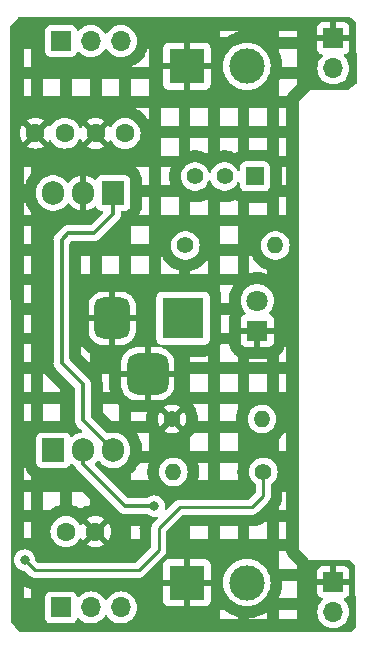
<source format=gbl>
%TF.GenerationSoftware,KiCad,Pcbnew,7.0.5*%
%TF.CreationDate,2023-06-26T08:29:16+05:30*%
%TF.ProjectId,Power supply pcb,506f7765-7220-4737-9570-706c79207063,rev?*%
%TF.SameCoordinates,Original*%
%TF.FileFunction,Copper,L2,Bot*%
%TF.FilePolarity,Positive*%
%FSLAX46Y46*%
G04 Gerber Fmt 4.6, Leading zero omitted, Abs format (unit mm)*
G04 Created by KiCad (PCBNEW 7.0.5) date 2023-06-26 08:29:16*
%MOMM*%
%LPD*%
G01*
G04 APERTURE LIST*
G04 Aperture macros list*
%AMRoundRect*
0 Rectangle with rounded corners*
0 $1 Rounding radius*
0 $2 $3 $4 $5 $6 $7 $8 $9 X,Y pos of 4 corners*
0 Add a 4 corners polygon primitive as box body*
4,1,4,$2,$3,$4,$5,$6,$7,$8,$9,$2,$3,0*
0 Add four circle primitives for the rounded corners*
1,1,$1+$1,$2,$3*
1,1,$1+$1,$4,$5*
1,1,$1+$1,$6,$7*
1,1,$1+$1,$8,$9*
0 Add four rect primitives between the rounded corners*
20,1,$1+$1,$2,$3,$4,$5,0*
20,1,$1+$1,$4,$5,$6,$7,0*
20,1,$1+$1,$6,$7,$8,$9,0*
20,1,$1+$1,$8,$9,$2,$3,0*%
G04 Aperture macros list end*
%TA.AperFunction,ComponentPad*%
%ADD10R,1.905000X2.000000*%
%TD*%
%TA.AperFunction,ComponentPad*%
%ADD11O,1.905000X2.000000*%
%TD*%
%TA.AperFunction,ComponentPad*%
%ADD12R,1.800000X1.800000*%
%TD*%
%TA.AperFunction,ComponentPad*%
%ADD13C,1.800000*%
%TD*%
%TA.AperFunction,ComponentPad*%
%ADD14C,1.600000*%
%TD*%
%TA.AperFunction,ComponentPad*%
%ADD15R,1.700000X1.700000*%
%TD*%
%TA.AperFunction,ComponentPad*%
%ADD16O,1.700000X1.700000*%
%TD*%
%TA.AperFunction,ComponentPad*%
%ADD17R,3.000000X3.000000*%
%TD*%
%TA.AperFunction,ComponentPad*%
%ADD18C,3.000000*%
%TD*%
%TA.AperFunction,ComponentPad*%
%ADD19R,3.500000X3.500000*%
%TD*%
%TA.AperFunction,ComponentPad*%
%ADD20RoundRect,0.750000X-0.750000X-1.000000X0.750000X-1.000000X0.750000X1.000000X-0.750000X1.000000X0*%
%TD*%
%TA.AperFunction,ComponentPad*%
%ADD21RoundRect,0.875000X-0.875000X-0.875000X0.875000X-0.875000X0.875000X0.875000X-0.875000X0.875000X0*%
%TD*%
%TA.AperFunction,ComponentPad*%
%ADD22R,1.524000X1.524000*%
%TD*%
%TA.AperFunction,ComponentPad*%
%ADD23C,1.397000*%
%TD*%
%TA.AperFunction,ComponentPad*%
%ADD24C,1.400000*%
%TD*%
%TA.AperFunction,ComponentPad*%
%ADD25O,1.400000X1.400000*%
%TD*%
%TA.AperFunction,ViaPad*%
%ADD26C,0.800000*%
%TD*%
%TA.AperFunction,Conductor*%
%ADD27C,0.350000*%
%TD*%
%TA.AperFunction,Conductor*%
%ADD28C,0.250000*%
%TD*%
G04 APERTURE END LIST*
D10*
%TO.P,U2,1,VI*%
%TO.N,/12V*%
X105638600Y-84099400D03*
D11*
%TO.P,U2,2,GND*%
%TO.N,GND*%
X103098600Y-84099400D03*
%TO.P,U2,3,VO*%
%TO.N,/5V*%
X100558600Y-84099400D03*
%TD*%
D12*
%TO.P,D1,1,K*%
%TO.N,GND*%
X117842000Y-95763000D03*
D13*
%TO.P,D1,2,A*%
%TO.N,Net-(D1-A)*%
X117842000Y-93223000D03*
%TD*%
D14*
%TO.P,C1,1*%
%TO.N,/12V*%
X106654600Y-79070200D03*
%TO.P,C1,2*%
%TO.N,GND*%
X104154600Y-79070200D03*
%TD*%
D15*
%TO.P,J3,1,Pin_1*%
%TO.N,GND*%
X124282200Y-71018400D03*
D16*
%TO.P,J3,2,Pin_2*%
%TO.N,/PWR_OUT_TOP*%
X124282200Y-73558400D03*
%TD*%
D15*
%TO.P,J5,1,Pin_1*%
%TO.N,/3.3V*%
X101219000Y-119202200D03*
D16*
%TO.P,J5,2,Pin_2*%
%TO.N,/PWR_OUT_BOT*%
X103759000Y-119202200D03*
%TO.P,J5,3,Pin_3*%
%TO.N,/5V*%
X106299000Y-119202200D03*
%TD*%
D14*
%TO.P,C2,1*%
%TO.N,/3.3V*%
X101640000Y-112776000D03*
%TO.P,C2,2*%
%TO.N,GND*%
X104140000Y-112776000D03*
%TD*%
D17*
%TO.P,J4,1,Pin_1*%
%TO.N,GND*%
X111887000Y-73380600D03*
D18*
%TO.P,J4,2,Pin_2*%
%TO.N,/PWR_OUT_TOP*%
X116967000Y-73380600D03*
%TD*%
D15*
%TO.P,J6,1,Pin_1*%
%TO.N,GND*%
X124282200Y-117043200D03*
D16*
%TO.P,J6,2,Pin_2*%
%TO.N,/PWR_OUT_BOT*%
X124282200Y-119583200D03*
%TD*%
D19*
%TO.P,J1,1*%
%TO.N,/PWR_input*%
X111556800Y-94716600D03*
D20*
%TO.P,J1,2*%
%TO.N,GND*%
X105556800Y-94716600D03*
D21*
%TO.P,J1,3*%
X108556800Y-99416600D03*
%TD*%
D22*
%TO.P,S1,1*%
%TO.N,/12V*%
X117652800Y-82702400D03*
D23*
%TO.P,S1,2*%
%TO.N,/PWR_input*%
X115072800Y-82702400D03*
%TO.P,S1,3*%
%TO.N,unconnected-(S1-Pad3)*%
X112572800Y-82702400D03*
%TD*%
D24*
%TO.P,R2,1*%
%TO.N,Net-(U1-ADJ)*%
X118364000Y-107721400D03*
D25*
%TO.P,R2,2*%
%TO.N,/3.3V*%
X110744000Y-107721400D03*
%TD*%
D10*
%TO.P,U1,1,ADJ*%
%TO.N,Net-(U1-ADJ)*%
X100558600Y-105892600D03*
D11*
%TO.P,U1,2,VO*%
%TO.N,/3.3V*%
X103098600Y-105892600D03*
%TO.P,U1,3,VI*%
%TO.N,/12V*%
X105638600Y-105892600D03*
%TD*%
D24*
%TO.P,R1,1*%
%TO.N,Net-(D1-A)*%
X111760000Y-88544400D03*
D25*
%TO.P,R1,2*%
%TO.N,/12V*%
X119380000Y-88544400D03*
%TD*%
D24*
%TO.P,R3,1*%
%TO.N,GND*%
X110617000Y-103251000D03*
D25*
%TO.P,R3,2*%
%TO.N,Net-(U1-ADJ)*%
X118237000Y-103251000D03*
%TD*%
D17*
%TO.P,J7,1,Pin_1*%
%TO.N,GND*%
X111887000Y-117094000D03*
D18*
%TO.P,J7,2,Pin_2*%
%TO.N,/PWR_OUT_BOT*%
X116967000Y-117094000D03*
%TD*%
D15*
%TO.P,J2,1,Pin_1*%
%TO.N,/3.3V*%
X101219000Y-71247000D03*
D16*
%TO.P,J2,2,Pin_2*%
%TO.N,/PWR_OUT_TOP*%
X103759000Y-71247000D03*
%TO.P,J2,3,Pin_3*%
%TO.N,/5V*%
X106299000Y-71247000D03*
%TD*%
D14*
%TO.P,C3,1*%
%TO.N,/5V*%
X101549200Y-79044800D03*
%TO.P,C3,2*%
%TO.N,GND*%
X99049200Y-79044800D03*
%TD*%
D26*
%TO.N,/3.3V*%
X109118400Y-110617000D03*
%TO.N,Net-(U1-ADJ)*%
X98145600Y-115189000D03*
%TD*%
D27*
%TO.N,/12V*%
X101269800Y-88061800D02*
X101828600Y-87503000D01*
X103078600Y-100310000D02*
X101269800Y-98501200D01*
X101269800Y-98501200D02*
X101269800Y-88061800D01*
X103078600Y-103332600D02*
X103078600Y-100310000D01*
X101828600Y-87503000D02*
X104013000Y-87503000D01*
X104013000Y-87503000D02*
X105638600Y-85877400D01*
X105638600Y-85877400D02*
X105638600Y-84099400D01*
X105638600Y-105892600D02*
X103078600Y-103332600D01*
%TO.N,/3.3V*%
X109118400Y-110617000D02*
X106624000Y-110617000D01*
X106624000Y-110617000D02*
X103098600Y-107091600D01*
X103098600Y-107091600D02*
X103098600Y-105892600D01*
D28*
%TO.N,Net-(U1-ADJ)*%
X111277400Y-110718600D02*
X117398800Y-110718600D01*
X118338600Y-109778800D02*
X118338600Y-107721400D01*
X98145600Y-115189000D02*
X99009200Y-116052600D01*
X117398800Y-110718600D02*
X118338600Y-109778800D01*
X109499400Y-112496600D02*
X111277400Y-110718600D01*
X109499400Y-114376200D02*
X109499400Y-112496600D01*
X99009200Y-116052600D02*
X107823000Y-116052600D01*
X107823000Y-116052600D02*
X109499400Y-114376200D01*
%TD*%
%TA.AperFunction,Conductor*%
%TO.N,GND*%
G36*
X125678361Y-69208978D02*
G01*
X125687772Y-69215483D01*
X125772482Y-69280024D01*
X126139235Y-69559455D01*
X126180631Y-69615742D01*
X126188073Y-69656292D01*
X126262458Y-74788853D01*
X126243747Y-74856171D01*
X126210545Y-74891553D01*
X125584101Y-75339013D01*
X125518107Y-75361961D01*
X125512996Y-75362106D01*
X122301000Y-75387200D01*
X122300999Y-75387200D01*
X121386601Y-76301598D01*
X121386600Y-76301600D01*
X121412000Y-114249200D01*
X122152214Y-115108804D01*
X122199400Y-115163600D01*
X125607178Y-115188657D01*
X125674071Y-115208834D01*
X125688646Y-115219974D01*
X126055619Y-115546172D01*
X126070463Y-115559367D01*
X126107491Y-115618618D01*
X126112058Y-115649627D01*
X126211533Y-120747736D01*
X126193160Y-120815147D01*
X126172962Y-120840055D01*
X125740495Y-121250900D01*
X125678334Y-121282802D01*
X125655090Y-121285000D01*
X97773139Y-121285000D01*
X97706100Y-121265315D01*
X97676578Y-121238793D01*
X97004589Y-120404600D01*
X96977864Y-120340046D01*
X96977156Y-120326938D01*
X96976927Y-120100070D01*
X99868500Y-120100070D01*
X99868501Y-120100076D01*
X99874908Y-120159683D01*
X99925202Y-120294528D01*
X99925206Y-120294535D01*
X100011452Y-120409744D01*
X100011455Y-120409747D01*
X100126664Y-120495993D01*
X100126671Y-120495997D01*
X100261517Y-120546291D01*
X100261516Y-120546291D01*
X100268444Y-120547035D01*
X100321127Y-120552700D01*
X102116872Y-120552699D01*
X102176483Y-120546291D01*
X102311331Y-120495996D01*
X102426546Y-120409746D01*
X102512796Y-120294531D01*
X102561810Y-120163116D01*
X102603681Y-120107184D01*
X102669145Y-120082766D01*
X102737418Y-120097617D01*
X102765672Y-120118768D01*
X102887599Y-120240695D01*
X102984384Y-120308464D01*
X103081165Y-120376232D01*
X103081167Y-120376233D01*
X103081170Y-120376235D01*
X103295337Y-120476103D01*
X103523592Y-120537263D01*
X103700034Y-120552700D01*
X103758999Y-120557859D01*
X103759000Y-120557859D01*
X103759001Y-120557859D01*
X103817966Y-120552700D01*
X103994408Y-120537263D01*
X104222663Y-120476103D01*
X104436830Y-120376235D01*
X104630401Y-120240695D01*
X104797495Y-120073601D01*
X104927424Y-119888042D01*
X104982002Y-119844417D01*
X105051500Y-119837223D01*
X105113855Y-119868746D01*
X105130575Y-119888042D01*
X105260500Y-120073595D01*
X105260505Y-120073601D01*
X105427599Y-120240695D01*
X105524384Y-120308464D01*
X105621165Y-120376232D01*
X105621167Y-120376233D01*
X105621170Y-120376235D01*
X105835337Y-120476103D01*
X106063592Y-120537263D01*
X106240034Y-120552700D01*
X106298999Y-120557859D01*
X106299000Y-120557859D01*
X106299001Y-120557859D01*
X106357966Y-120552700D01*
X106534408Y-120537263D01*
X106762663Y-120476103D01*
X106976830Y-120376235D01*
X107170401Y-120240695D01*
X107337495Y-120073601D01*
X107473035Y-119880030D01*
X107572903Y-119665863D01*
X107633925Y-119438123D01*
X114674449Y-119438123D01*
X114674449Y-120161000D01*
X116176449Y-120161000D01*
X117174449Y-120161000D01*
X118676449Y-120161000D01*
X118676448Y-119559912D01*
X118634252Y-119591501D01*
X118632458Y-119592794D01*
X118608662Y-119609318D01*
X118606823Y-119610546D01*
X118574985Y-119631010D01*
X118573100Y-119632175D01*
X118548150Y-119646979D01*
X118546225Y-119648075D01*
X118261834Y-119803365D01*
X118259872Y-119804391D01*
X118233927Y-119817378D01*
X118231929Y-119818334D01*
X118197499Y-119834055D01*
X118195471Y-119834938D01*
X118168706Y-119846024D01*
X118166648Y-119846833D01*
X117863096Y-119960052D01*
X117861012Y-119960787D01*
X117833536Y-119969934D01*
X117831425Y-119970595D01*
X117795111Y-119981261D01*
X117792974Y-119981847D01*
X117764851Y-119989026D01*
X117762695Y-119989536D01*
X117446062Y-120058415D01*
X117443888Y-120058847D01*
X117415329Y-120063998D01*
X117413142Y-120064353D01*
X117375678Y-120069736D01*
X117373485Y-120070012D01*
X117344690Y-120073107D01*
X117342486Y-120073304D01*
X117174449Y-120085322D01*
X117174449Y-120161000D01*
X116176449Y-120161000D01*
X116176449Y-119990654D01*
X116171305Y-119989536D01*
X116169149Y-119989026D01*
X116141026Y-119981847D01*
X116138889Y-119981261D01*
X116102575Y-119970595D01*
X116100464Y-119969934D01*
X116072988Y-119960787D01*
X116070904Y-119960052D01*
X115767352Y-119846833D01*
X115765294Y-119846024D01*
X115738529Y-119834938D01*
X115736501Y-119834055D01*
X115702071Y-119818334D01*
X115700073Y-119817378D01*
X115674128Y-119804391D01*
X115672166Y-119803365D01*
X115387775Y-119648075D01*
X115385850Y-119646979D01*
X115360900Y-119632175D01*
X115359015Y-119631010D01*
X115327177Y-119610546D01*
X115325338Y-119609318D01*
X115301542Y-119592794D01*
X115299748Y-119591501D01*
X115094859Y-119438123D01*
X119674449Y-119438123D01*
X119674449Y-120161000D01*
X121176449Y-120161000D01*
X121176449Y-119583200D01*
X122926541Y-119583200D01*
X122947136Y-119818603D01*
X122947138Y-119818613D01*
X123008294Y-120046855D01*
X123008296Y-120046859D01*
X123008297Y-120046863D01*
X123098682Y-120240693D01*
X123108165Y-120261030D01*
X123108167Y-120261034D01*
X123188830Y-120376232D01*
X123243705Y-120454601D01*
X123410799Y-120621695D01*
X123433131Y-120637332D01*
X123604365Y-120757232D01*
X123604367Y-120757233D01*
X123604370Y-120757235D01*
X123818537Y-120857103D01*
X124046792Y-120918263D01*
X124235118Y-120934739D01*
X124282199Y-120938859D01*
X124282200Y-120938859D01*
X124282201Y-120938859D01*
X124324867Y-120935126D01*
X124517608Y-120918263D01*
X124745863Y-120857103D01*
X124960030Y-120757235D01*
X125153601Y-120621695D01*
X125320695Y-120454601D01*
X125456235Y-120261030D01*
X125556103Y-120046863D01*
X125617263Y-119818608D01*
X125637859Y-119583200D01*
X125617263Y-119347792D01*
X125556103Y-119119537D01*
X125456235Y-118905371D01*
X125407726Y-118836093D01*
X125320696Y-118711800D01*
X125310268Y-118701372D01*
X125198379Y-118589483D01*
X125164896Y-118528163D01*
X125169880Y-118458471D01*
X125211751Y-118402537D01*
X125242729Y-118385622D01*
X125374286Y-118336554D01*
X125374293Y-118336550D01*
X125489387Y-118250390D01*
X125489390Y-118250387D01*
X125575550Y-118135293D01*
X125575554Y-118135286D01*
X125625796Y-118000579D01*
X125625798Y-118000572D01*
X125632199Y-117941044D01*
X125632200Y-117941027D01*
X125632200Y-117293200D01*
X124715886Y-117293200D01*
X124741693Y-117253044D01*
X124782200Y-117115089D01*
X124782200Y-116971311D01*
X124741693Y-116833356D01*
X124715886Y-116793200D01*
X125632200Y-116793200D01*
X125632200Y-116145372D01*
X125632199Y-116145355D01*
X125625798Y-116085827D01*
X125625796Y-116085820D01*
X125575554Y-115951113D01*
X125575550Y-115951106D01*
X125489390Y-115836012D01*
X125489387Y-115836009D01*
X125374293Y-115749849D01*
X125374286Y-115749845D01*
X125239579Y-115699603D01*
X125239572Y-115699601D01*
X125180044Y-115693200D01*
X124532200Y-115693200D01*
X124532200Y-116607698D01*
X124424515Y-116558520D01*
X124317963Y-116543200D01*
X124246437Y-116543200D01*
X124139885Y-116558520D01*
X124032200Y-116607698D01*
X124032200Y-115693200D01*
X123384355Y-115693200D01*
X123324827Y-115699601D01*
X123324820Y-115699603D01*
X123190113Y-115749845D01*
X123190106Y-115749849D01*
X123075012Y-115836009D01*
X123075009Y-115836012D01*
X122988849Y-115951106D01*
X122988845Y-115951113D01*
X122938603Y-116085820D01*
X122938601Y-116085827D01*
X122932200Y-116145355D01*
X122932200Y-116793200D01*
X123848514Y-116793200D01*
X123822707Y-116833356D01*
X123782200Y-116971311D01*
X123782200Y-117115089D01*
X123822707Y-117253044D01*
X123848514Y-117293200D01*
X122932200Y-117293200D01*
X122932200Y-117941044D01*
X122938601Y-118000572D01*
X122938603Y-118000579D01*
X122988845Y-118135286D01*
X122988849Y-118135293D01*
X123075009Y-118250387D01*
X123075012Y-118250390D01*
X123190106Y-118336550D01*
X123190113Y-118336554D01*
X123321670Y-118385621D01*
X123377603Y-118427492D01*
X123402021Y-118492956D01*
X123387170Y-118561229D01*
X123366019Y-118589484D01*
X123243703Y-118711800D01*
X123108165Y-118905369D01*
X123108164Y-118905371D01*
X123008298Y-119119535D01*
X123008294Y-119119544D01*
X122947138Y-119347786D01*
X122947136Y-119347796D01*
X122926541Y-119583199D01*
X122926541Y-119583200D01*
X121176449Y-119583200D01*
X121176449Y-119438123D01*
X119674449Y-119438123D01*
X115094859Y-119438123D01*
X114674449Y-119438123D01*
X107633925Y-119438123D01*
X107634063Y-119437608D01*
X107654659Y-119202200D01*
X107634063Y-118966792D01*
X107572903Y-118738537D01*
X107527814Y-118641844D01*
X109887000Y-118641844D01*
X109893401Y-118701372D01*
X109893403Y-118701379D01*
X109943645Y-118836086D01*
X109943649Y-118836093D01*
X110029809Y-118951187D01*
X110029812Y-118951190D01*
X110144906Y-119037350D01*
X110144913Y-119037354D01*
X110279620Y-119087596D01*
X110279627Y-119087598D01*
X110339155Y-119093999D01*
X110339172Y-119094000D01*
X111637000Y-119094000D01*
X111637000Y-117815802D01*
X111798169Y-117854000D01*
X111931267Y-117854000D01*
X112063461Y-117838549D01*
X112137000Y-117811782D01*
X112137000Y-119094000D01*
X113434828Y-119094000D01*
X113434844Y-119093999D01*
X113494372Y-119087598D01*
X113494379Y-119087596D01*
X113629086Y-119037354D01*
X113629093Y-119037350D01*
X113744187Y-118951190D01*
X113744190Y-118951187D01*
X113830350Y-118836093D01*
X113830354Y-118836086D01*
X113880596Y-118701379D01*
X113880598Y-118701372D01*
X113886999Y-118641844D01*
X113887000Y-118641827D01*
X113887000Y-117344000D01*
X112605483Y-117344000D01*
X112640549Y-117226871D01*
X112648288Y-117094001D01*
X114961390Y-117094001D01*
X114981804Y-117379433D01*
X115042628Y-117659037D01*
X115042630Y-117659043D01*
X115042631Y-117659046D01*
X115142633Y-117927161D01*
X115142635Y-117927166D01*
X115279770Y-118178309D01*
X115279775Y-118178317D01*
X115451254Y-118407387D01*
X115451270Y-118407405D01*
X115653594Y-118609729D01*
X115653612Y-118609745D01*
X115882682Y-118781224D01*
X115882690Y-118781229D01*
X116133833Y-118918364D01*
X116133832Y-118918364D01*
X116133836Y-118918365D01*
X116133839Y-118918367D01*
X116401954Y-119018369D01*
X116401960Y-119018370D01*
X116401962Y-119018371D01*
X116681566Y-119079195D01*
X116681568Y-119079195D01*
X116681572Y-119079196D01*
X116935220Y-119097337D01*
X116966999Y-119099610D01*
X116967000Y-119099610D01*
X116967001Y-119099610D01*
X116995595Y-119097564D01*
X117252428Y-119079196D01*
X117532046Y-119018369D01*
X117800161Y-118918367D01*
X118051315Y-118781226D01*
X118280395Y-118609739D01*
X118450011Y-118440123D01*
X119674449Y-118440123D01*
X121176449Y-118440123D01*
X121176449Y-116938123D01*
X119962010Y-116938123D01*
X119969417Y-117041679D01*
X119969535Y-117043888D01*
X119970570Y-117072861D01*
X119970610Y-117075075D01*
X119970610Y-117112925D01*
X119970570Y-117115139D01*
X119969535Y-117144112D01*
X119969417Y-117146321D01*
X119946304Y-117469486D01*
X119946107Y-117471690D01*
X119943012Y-117500485D01*
X119942736Y-117502678D01*
X119937353Y-117540142D01*
X119936998Y-117542329D01*
X119931847Y-117570888D01*
X119931415Y-117573062D01*
X119862536Y-117889695D01*
X119862026Y-117891851D01*
X119854847Y-117919974D01*
X119854261Y-117922111D01*
X119843595Y-117958425D01*
X119842934Y-117960536D01*
X119833787Y-117988012D01*
X119833052Y-117990096D01*
X119719833Y-118293648D01*
X119719024Y-118295706D01*
X119707938Y-118322471D01*
X119707055Y-118324499D01*
X119691334Y-118358929D01*
X119690378Y-118360927D01*
X119677391Y-118386872D01*
X119676365Y-118388835D01*
X119674449Y-118392343D01*
X119674449Y-118440123D01*
X118450011Y-118440123D01*
X118482739Y-118407395D01*
X118654226Y-118178315D01*
X118791367Y-117927161D01*
X118891369Y-117659046D01*
X118931060Y-117476587D01*
X118952195Y-117379433D01*
X118952195Y-117379432D01*
X118952196Y-117379428D01*
X118972610Y-117094000D01*
X118971256Y-117075075D01*
X118963107Y-116961129D01*
X118952196Y-116808572D01*
X118948358Y-116790930D01*
X118891371Y-116528962D01*
X118891370Y-116528960D01*
X118891369Y-116528954D01*
X118791367Y-116260839D01*
X118708557Y-116109185D01*
X118654229Y-116009690D01*
X118654224Y-116009682D01*
X118482745Y-115780612D01*
X118482729Y-115780594D01*
X118280405Y-115578270D01*
X118280387Y-115578254D01*
X118051317Y-115406775D01*
X118051309Y-115406770D01*
X117800166Y-115269635D01*
X117800167Y-115269635D01*
X117583973Y-115188999D01*
X117532046Y-115169631D01*
X117532043Y-115169630D01*
X117532037Y-115169628D01*
X117252433Y-115108804D01*
X116967001Y-115088390D01*
X116966999Y-115088390D01*
X116681566Y-115108804D01*
X116401962Y-115169628D01*
X116133833Y-115269635D01*
X115882690Y-115406770D01*
X115882682Y-115406775D01*
X115653612Y-115578254D01*
X115653594Y-115578270D01*
X115451270Y-115780594D01*
X115451254Y-115780612D01*
X115279775Y-116009682D01*
X115279770Y-116009690D01*
X115142635Y-116260833D01*
X115042628Y-116528962D01*
X114981804Y-116808566D01*
X114961390Y-117093998D01*
X114961390Y-117094001D01*
X112648288Y-117094001D01*
X112650879Y-117049509D01*
X112620029Y-116874546D01*
X112606853Y-116844000D01*
X113887000Y-116844000D01*
X113887000Y-115546172D01*
X113886999Y-115546155D01*
X113880598Y-115486627D01*
X113880596Y-115486620D01*
X113830354Y-115351913D01*
X113830350Y-115351906D01*
X113744190Y-115236812D01*
X113744187Y-115236809D01*
X113629093Y-115150649D01*
X113629086Y-115150645D01*
X113494379Y-115100403D01*
X113494372Y-115100401D01*
X113434844Y-115094000D01*
X112137000Y-115094000D01*
X112137000Y-116372197D01*
X111975831Y-116334000D01*
X111842733Y-116334000D01*
X111710539Y-116349451D01*
X111637000Y-116376217D01*
X111637000Y-115094000D01*
X110339155Y-115094000D01*
X110279627Y-115100401D01*
X110279620Y-115100403D01*
X110144913Y-115150645D01*
X110144906Y-115150649D01*
X110029812Y-115236809D01*
X110029809Y-115236812D01*
X109943649Y-115351906D01*
X109943645Y-115351913D01*
X109893403Y-115486620D01*
X109893401Y-115486627D01*
X109887000Y-115546155D01*
X109887000Y-116844000D01*
X111168517Y-116844000D01*
X111133451Y-116961129D01*
X111123121Y-117138491D01*
X111153971Y-117313454D01*
X111167147Y-117344000D01*
X109887000Y-117344000D01*
X109887000Y-118641844D01*
X107527814Y-118641844D01*
X107473035Y-118524371D01*
X107467425Y-118516358D01*
X107337494Y-118330797D01*
X107170402Y-118163706D01*
X107170395Y-118163701D01*
X106976834Y-118028167D01*
X106976830Y-118028165D01*
X106976828Y-118028164D01*
X106762663Y-117928297D01*
X106762659Y-117928296D01*
X106762655Y-117928294D01*
X106534413Y-117867138D01*
X106534403Y-117867136D01*
X106299001Y-117846541D01*
X106298999Y-117846541D01*
X106063596Y-117867136D01*
X106063586Y-117867138D01*
X105835344Y-117928294D01*
X105835335Y-117928298D01*
X105621171Y-118028164D01*
X105621169Y-118028165D01*
X105427597Y-118163705D01*
X105260505Y-118330797D01*
X105130575Y-118516358D01*
X105075998Y-118559983D01*
X105006500Y-118567177D01*
X104944145Y-118535654D01*
X104927425Y-118516358D01*
X104797494Y-118330797D01*
X104630402Y-118163706D01*
X104630395Y-118163701D01*
X104436834Y-118028167D01*
X104436830Y-118028165D01*
X104436829Y-118028164D01*
X104222663Y-117928297D01*
X104222659Y-117928296D01*
X104222655Y-117928294D01*
X103994413Y-117867138D01*
X103994403Y-117867136D01*
X103759001Y-117846541D01*
X103758999Y-117846541D01*
X103523596Y-117867136D01*
X103523586Y-117867138D01*
X103295344Y-117928294D01*
X103295335Y-117928298D01*
X103081171Y-118028164D01*
X103081169Y-118028165D01*
X102887600Y-118163703D01*
X102765673Y-118285630D01*
X102704350Y-118319114D01*
X102634658Y-118314130D01*
X102578725Y-118272258D01*
X102561810Y-118241281D01*
X102512797Y-118109871D01*
X102512793Y-118109864D01*
X102426547Y-117994655D01*
X102426544Y-117994652D01*
X102311335Y-117908406D01*
X102311328Y-117908402D01*
X102176482Y-117858108D01*
X102176483Y-117858108D01*
X102116883Y-117851701D01*
X102116881Y-117851700D01*
X102116873Y-117851700D01*
X102116864Y-117851700D01*
X100321129Y-117851700D01*
X100321123Y-117851701D01*
X100261516Y-117858108D01*
X100126671Y-117908402D01*
X100126664Y-117908406D01*
X100011455Y-117994652D01*
X100011452Y-117994655D01*
X99925206Y-118109864D01*
X99925202Y-118109871D01*
X99874908Y-118244717D01*
X99868501Y-118304316D01*
X99868500Y-118304335D01*
X99868500Y-120100070D01*
X96976927Y-120100070D01*
X96974806Y-117994652D01*
X96974209Y-117402002D01*
X98098208Y-117402002D01*
X98099255Y-118440123D01*
X98676449Y-118440123D01*
X98676449Y-117643634D01*
X98644283Y-117638541D01*
X98640454Y-117637811D01*
X98590618Y-117626670D01*
X98586843Y-117625701D01*
X98522840Y-117607104D01*
X98519136Y-117605900D01*
X98481950Y-117592511D01*
X98444377Y-117580304D01*
X98440712Y-117578984D01*
X98378747Y-117554452D01*
X98375170Y-117552904D01*
X98328990Y-117531173D01*
X98325519Y-117529405D01*
X98294159Y-117512165D01*
X98261323Y-117497955D01*
X98257798Y-117496296D01*
X98212333Y-117473130D01*
X98208920Y-117471254D01*
X98151561Y-117437332D01*
X98148270Y-117435244D01*
X98115575Y-117413024D01*
X98098208Y-117402002D01*
X96974209Y-117402002D01*
X96971979Y-115189000D01*
X97240140Y-115189000D01*
X97259926Y-115377256D01*
X97259927Y-115377259D01*
X97318418Y-115557277D01*
X97318421Y-115557284D01*
X97413067Y-115721216D01*
X97516430Y-115836012D01*
X97539729Y-115861888D01*
X97692865Y-115973148D01*
X97692870Y-115973151D01*
X97865792Y-116050142D01*
X97865797Y-116050144D01*
X98050954Y-116089500D01*
X98110147Y-116089500D01*
X98177186Y-116109185D01*
X98197828Y-116125819D01*
X98508397Y-116436388D01*
X98518222Y-116448651D01*
X98518443Y-116448469D01*
X98523411Y-116454474D01*
X98573132Y-116501166D01*
X98574532Y-116502523D01*
X98594723Y-116522715D01*
X98594727Y-116522718D01*
X98594729Y-116522720D01*
X98600211Y-116526973D01*
X98604643Y-116530757D01*
X98638618Y-116562662D01*
X98656176Y-116572314D01*
X98672433Y-116582993D01*
X98688264Y-116595273D01*
X98707937Y-116603786D01*
X98731033Y-116613782D01*
X98736277Y-116616350D01*
X98777108Y-116638797D01*
X98789723Y-116642035D01*
X98796505Y-116643777D01*
X98814919Y-116650081D01*
X98833304Y-116658038D01*
X98879357Y-116665332D01*
X98885026Y-116666506D01*
X98930181Y-116678100D01*
X98950216Y-116678100D01*
X98969613Y-116679626D01*
X98989396Y-116682760D01*
X99035783Y-116678375D01*
X99041622Y-116678100D01*
X107740257Y-116678100D01*
X107755877Y-116679824D01*
X107755904Y-116679539D01*
X107763666Y-116680273D01*
X107763666Y-116680272D01*
X107763667Y-116680273D01*
X107766999Y-116680168D01*
X107831847Y-116678131D01*
X107833794Y-116678100D01*
X107862347Y-116678100D01*
X107862350Y-116678100D01*
X107869228Y-116677230D01*
X107875041Y-116676772D01*
X107921627Y-116675309D01*
X107940869Y-116669717D01*
X107959912Y-116665774D01*
X107979792Y-116663264D01*
X108023122Y-116646107D01*
X108028646Y-116644217D01*
X108032396Y-116643127D01*
X108073390Y-116631218D01*
X108090629Y-116621022D01*
X108108103Y-116612462D01*
X108126727Y-116605088D01*
X108126727Y-116605087D01*
X108126732Y-116605086D01*
X108164449Y-116577682D01*
X108169305Y-116574492D01*
X108209420Y-116550770D01*
X108223589Y-116536599D01*
X108238379Y-116523968D01*
X108254587Y-116512194D01*
X108284299Y-116476276D01*
X108288212Y-116471976D01*
X109883186Y-114877002D01*
X109895448Y-114867180D01*
X109895265Y-114866959D01*
X109901273Y-114861988D01*
X109901277Y-114861986D01*
X109948049Y-114812177D01*
X109949291Y-114810897D01*
X109969520Y-114790670D01*
X109973773Y-114785186D01*
X109977550Y-114780763D01*
X110009462Y-114746782D01*
X110019114Y-114729223D01*
X110029789Y-114712972D01*
X110042074Y-114697136D01*
X110060586Y-114654352D01*
X110063142Y-114649135D01*
X110085597Y-114608292D01*
X110090580Y-114588880D01*
X110096877Y-114570491D01*
X110104838Y-114552095D01*
X110112129Y-114506053D01*
X110113308Y-114500362D01*
X110124900Y-114455219D01*
X110124900Y-114438123D01*
X119674449Y-114438123D01*
X119674449Y-115795657D01*
X119676365Y-115799166D01*
X119677391Y-115801128D01*
X119690378Y-115827073D01*
X119691334Y-115829071D01*
X119707055Y-115863501D01*
X119707938Y-115865529D01*
X119719024Y-115892294D01*
X119719833Y-115894352D01*
X119736905Y-115940123D01*
X121176449Y-115940123D01*
X121176448Y-115698199D01*
X120443173Y-114846655D01*
X120420902Y-114808935D01*
X120295886Y-114472512D01*
X120289691Y-114438123D01*
X119674449Y-114438123D01*
X110124900Y-114438123D01*
X110124900Y-114435183D01*
X110126427Y-114415782D01*
X110129560Y-114396004D01*
X110125175Y-114349615D01*
X110124900Y-114343777D01*
X110124900Y-112807051D01*
X110144585Y-112740012D01*
X110161214Y-112719375D01*
X110538489Y-112342100D01*
X112174449Y-112342100D01*
X112174449Y-113440123D01*
X113676449Y-113440123D01*
X113676449Y-112342100D01*
X114674449Y-112342100D01*
X114674449Y-113440123D01*
X116176449Y-113440123D01*
X117174449Y-113440123D01*
X118676449Y-113440123D01*
X118676449Y-111938123D01*
X119674449Y-111938123D01*
X119674449Y-113440123D01*
X120287458Y-113440123D01*
X120286453Y-111938123D01*
X119674449Y-111938123D01*
X118676449Y-111938123D01*
X118477854Y-111938123D01*
X118455875Y-111956303D01*
X118426244Y-111982430D01*
X118423239Y-111984916D01*
X118370565Y-112025773D01*
X118367413Y-112028063D01*
X118325195Y-112056753D01*
X118321904Y-112058842D01*
X118291130Y-112077039D01*
X118262212Y-112098052D01*
X118258990Y-112100242D01*
X118215902Y-112127589D01*
X118212547Y-112129573D01*
X118154141Y-112161684D01*
X118150668Y-112163453D01*
X118114845Y-112180309D01*
X118079652Y-112198244D01*
X118076123Y-112199905D01*
X118014954Y-112226374D01*
X118011332Y-112227808D01*
X117963315Y-112245095D01*
X117959609Y-112246299D01*
X117925266Y-112256275D01*
X117892006Y-112269445D01*
X117888340Y-112270765D01*
X117839796Y-112286538D01*
X117836053Y-112287625D01*
X117771490Y-112304201D01*
X117767685Y-112305052D01*
X117728823Y-112312462D01*
X117690340Y-112321069D01*
X117686511Y-112321799D01*
X117620672Y-112332231D01*
X117616803Y-112332720D01*
X117565964Y-112337526D01*
X117562073Y-112337771D01*
X117514644Y-112339259D01*
X117484232Y-112341175D01*
X117482282Y-112341267D01*
X117456761Y-112342069D01*
X117454813Y-112342100D01*
X117424301Y-112342100D01*
X117337503Y-112344827D01*
X117333606Y-112344827D01*
X117282582Y-112343223D01*
X117278693Y-112342978D01*
X117269411Y-112342100D01*
X117174449Y-112342100D01*
X117174449Y-113440123D01*
X116176449Y-113440123D01*
X116176449Y-112342100D01*
X114674449Y-112342100D01*
X113676449Y-112342100D01*
X112174449Y-112342100D01*
X110538489Y-112342100D01*
X111500170Y-111380418D01*
X111561494Y-111346934D01*
X111587852Y-111344100D01*
X117316057Y-111344100D01*
X117331677Y-111345824D01*
X117331704Y-111345539D01*
X117339466Y-111346273D01*
X117339466Y-111346272D01*
X117339467Y-111346273D01*
X117342799Y-111346168D01*
X117407647Y-111344131D01*
X117409594Y-111344100D01*
X117438147Y-111344100D01*
X117438150Y-111344100D01*
X117445028Y-111343230D01*
X117450841Y-111342772D01*
X117497427Y-111341309D01*
X117516669Y-111335717D01*
X117535712Y-111331774D01*
X117555592Y-111329264D01*
X117598922Y-111312107D01*
X117604446Y-111310217D01*
X117608196Y-111309127D01*
X117649190Y-111297218D01*
X117666429Y-111287022D01*
X117683903Y-111278462D01*
X117702527Y-111271088D01*
X117702527Y-111271087D01*
X117702532Y-111271086D01*
X117740249Y-111243682D01*
X117745105Y-111240492D01*
X117785220Y-111216770D01*
X117799389Y-111202599D01*
X117814179Y-111189968D01*
X117830387Y-111178194D01*
X117860099Y-111142276D01*
X117864012Y-111137976D01*
X118061865Y-110940123D01*
X119674449Y-110940123D01*
X120285785Y-110940123D01*
X120284779Y-109438123D01*
X119962099Y-109438123D01*
X119962099Y-109702235D01*
X119965466Y-109737842D01*
X119965711Y-109741731D01*
X119967314Y-109792745D01*
X119967314Y-109796640D01*
X119965222Y-109863254D01*
X119964977Y-109867144D01*
X119961255Y-109906513D01*
X119958772Y-109945984D01*
X119958405Y-109949864D01*
X119950051Y-110015979D01*
X119949441Y-110019827D01*
X119939878Y-110069953D01*
X119939028Y-110073756D01*
X119930135Y-110108381D01*
X119924543Y-110143708D01*
X119923812Y-110147538D01*
X119912676Y-110197360D01*
X119911707Y-110201134D01*
X119893109Y-110265146D01*
X119891905Y-110268854D01*
X119878498Y-110306083D01*
X119866317Y-110343585D01*
X119864997Y-110347252D01*
X119840462Y-110409229D01*
X119838915Y-110412807D01*
X119817173Y-110459013D01*
X119815402Y-110462488D01*
X119798163Y-110493843D01*
X119783961Y-110526664D01*
X119782302Y-110530189D01*
X119759128Y-110575673D01*
X119757250Y-110579089D01*
X119723317Y-110636463D01*
X119721228Y-110639754D01*
X119699042Y-110672394D01*
X119677858Y-110705781D01*
X119675666Y-110709006D01*
X119674449Y-110710681D01*
X119674449Y-110940123D01*
X118061865Y-110940123D01*
X118722387Y-110279602D01*
X118734642Y-110269786D01*
X118734459Y-110269564D01*
X118740468Y-110264591D01*
X118740477Y-110264586D01*
X118787207Y-110214822D01*
X118788446Y-110213543D01*
X118808720Y-110193271D01*
X118812979Y-110187778D01*
X118816752Y-110183361D01*
X118848662Y-110149382D01*
X118858315Y-110131820D01*
X118868989Y-110115570D01*
X118881273Y-110099736D01*
X118899780Y-110056967D01*
X118902349Y-110051724D01*
X118910920Y-110036134D01*
X118924797Y-110010892D01*
X118929777Y-109991491D01*
X118936078Y-109973088D01*
X118944038Y-109954696D01*
X118951330Y-109908649D01*
X118952511Y-109902952D01*
X118964100Y-109857819D01*
X118964100Y-109837782D01*
X118965627Y-109818382D01*
X118968760Y-109798603D01*
X118968760Y-109798600D01*
X118967622Y-109786568D01*
X118964372Y-109752194D01*
X118964099Y-109746399D01*
X118964099Y-108830892D01*
X118983784Y-108763854D01*
X119022822Y-108725466D01*
X119023689Y-108724929D01*
X119090562Y-108683524D01*
X119254981Y-108533636D01*
X119389058Y-108356089D01*
X119488229Y-108156928D01*
X119549115Y-107942936D01*
X119569643Y-107721400D01*
X119567910Y-107702703D01*
X119549115Y-107499864D01*
X119549114Y-107499862D01*
X119547850Y-107495421D01*
X119488229Y-107285872D01*
X119488224Y-107285861D01*
X119389061Y-107086716D01*
X119389056Y-107086708D01*
X119254979Y-106909161D01*
X119090562Y-106759276D01*
X119090560Y-106759274D01*
X118901404Y-106642154D01*
X118901398Y-106642152D01*
X118693940Y-106561782D01*
X118475243Y-106520900D01*
X118252757Y-106520900D01*
X118034060Y-106561782D01*
X117902864Y-106612607D01*
X117826601Y-106642152D01*
X117826595Y-106642154D01*
X117637439Y-106759274D01*
X117637437Y-106759276D01*
X117473020Y-106909161D01*
X117338943Y-107086708D01*
X117338938Y-107086716D01*
X117239775Y-107285861D01*
X117239769Y-107285876D01*
X117178885Y-107499862D01*
X117178884Y-107499864D01*
X117158357Y-107721399D01*
X117158357Y-107721400D01*
X117178884Y-107942935D01*
X117178885Y-107942937D01*
X117239769Y-108156923D01*
X117239775Y-108156938D01*
X117338938Y-108356083D01*
X117338943Y-108356091D01*
X117473020Y-108533638D01*
X117558707Y-108611751D01*
X117637438Y-108683524D01*
X117637440Y-108683525D01*
X117654377Y-108694012D01*
X117701013Y-108746040D01*
X117713100Y-108799439D01*
X117713099Y-109468347D01*
X117693414Y-109535387D01*
X117676780Y-109556028D01*
X117176028Y-110056781D01*
X117114705Y-110090266D01*
X117088347Y-110093100D01*
X111360143Y-110093100D01*
X111344522Y-110091375D01*
X111344495Y-110091661D01*
X111336733Y-110090926D01*
X111268540Y-110093069D01*
X111266593Y-110093100D01*
X111238049Y-110093100D01*
X111231178Y-110093967D01*
X111225359Y-110094425D01*
X111178774Y-110095889D01*
X111178768Y-110095890D01*
X111159526Y-110101480D01*
X111140487Y-110105423D01*
X111120617Y-110107934D01*
X111120603Y-110107937D01*
X111077283Y-110125088D01*
X111071758Y-110126980D01*
X111027013Y-110139980D01*
X111027010Y-110139981D01*
X111009766Y-110150179D01*
X110992305Y-110158733D01*
X110973674Y-110166110D01*
X110973662Y-110166117D01*
X110935970Y-110193502D01*
X110931087Y-110196709D01*
X110890980Y-110220429D01*
X110876814Y-110234595D01*
X110862024Y-110247227D01*
X110845814Y-110259004D01*
X110845811Y-110259007D01*
X110816110Y-110294909D01*
X110812177Y-110299231D01*
X110216198Y-110895210D01*
X110154875Y-110928695D01*
X110085183Y-110923711D01*
X110029250Y-110881839D01*
X110004833Y-110816375D01*
X110005195Y-110794583D01*
X110023860Y-110617000D01*
X110004074Y-110428744D01*
X109945579Y-110248716D01*
X109850933Y-110084784D01*
X109724271Y-109944112D01*
X109693582Y-109921815D01*
X109571134Y-109832851D01*
X109571129Y-109832848D01*
X109398207Y-109755857D01*
X109398202Y-109755855D01*
X109252401Y-109724865D01*
X109213046Y-109716500D01*
X109023754Y-109716500D01*
X108991297Y-109723398D01*
X108838597Y-109755855D01*
X108838592Y-109755857D01*
X108665670Y-109832848D01*
X108665665Y-109832851D01*
X108548719Y-109917818D01*
X108482913Y-109941298D01*
X108475834Y-109941500D01*
X106955164Y-109941500D01*
X106888125Y-109921815D01*
X106867483Y-109905181D01*
X105402424Y-108440123D01*
X107174449Y-108440123D01*
X108662737Y-108440123D01*
X108592282Y-108192499D01*
X108591562Y-108189727D01*
X108582973Y-108153211D01*
X108582382Y-108150409D01*
X108573380Y-108102257D01*
X108572918Y-108099428D01*
X108567733Y-108062257D01*
X108567403Y-108059412D01*
X108542354Y-107789094D01*
X108542155Y-107786235D01*
X108540423Y-107748756D01*
X108540357Y-107745893D01*
X108540357Y-107721400D01*
X109538357Y-107721400D01*
X109558884Y-107942935D01*
X109558885Y-107942937D01*
X109619769Y-108156923D01*
X109619775Y-108156938D01*
X109718938Y-108356083D01*
X109718943Y-108356091D01*
X109853020Y-108533638D01*
X110017437Y-108683523D01*
X110017439Y-108683525D01*
X110206595Y-108800645D01*
X110206596Y-108800645D01*
X110206599Y-108800647D01*
X110414060Y-108881018D01*
X110632757Y-108921900D01*
X110632759Y-108921900D01*
X110855241Y-108921900D01*
X110855243Y-108921900D01*
X111073940Y-108881018D01*
X111281401Y-108800647D01*
X111470562Y-108683524D01*
X111634981Y-108533636D01*
X111769058Y-108356089D01*
X111868229Y-108156928D01*
X111929115Y-107942936D01*
X111949643Y-107721400D01*
X111947910Y-107702703D01*
X111929115Y-107499864D01*
X111929114Y-107499862D01*
X111927850Y-107495421D01*
X111868229Y-107285872D01*
X111868224Y-107285861D01*
X111769061Y-107086716D01*
X111769056Y-107086708D01*
X111656850Y-106938123D01*
X112803781Y-106938123D01*
X112807703Y-106948249D01*
X112808674Y-106950939D01*
X112820586Y-106986480D01*
X112821433Y-106989215D01*
X112895718Y-107250301D01*
X112896438Y-107253073D01*
X112905027Y-107289589D01*
X112905618Y-107292391D01*
X112914620Y-107340543D01*
X112915082Y-107343372D01*
X112920267Y-107380543D01*
X112920597Y-107383388D01*
X112945646Y-107653706D01*
X112945845Y-107656565D01*
X112947577Y-107694044D01*
X112947643Y-107696907D01*
X112947643Y-107745893D01*
X112947577Y-107748756D01*
X112945845Y-107786235D01*
X112945646Y-107789094D01*
X112920597Y-108059412D01*
X112920267Y-108062257D01*
X112915082Y-108099428D01*
X112914620Y-108102257D01*
X112905618Y-108150409D01*
X112905027Y-108153211D01*
X112896438Y-108189727D01*
X112895718Y-108192499D01*
X112825263Y-108440123D01*
X113676449Y-108440123D01*
X113676449Y-106938123D01*
X114674449Y-106938123D01*
X114674449Y-108440123D01*
X116176449Y-108440123D01*
X116176449Y-107941201D01*
X116162354Y-107789094D01*
X116162155Y-107786235D01*
X116160423Y-107748756D01*
X116160357Y-107745893D01*
X116160357Y-107696907D01*
X116160423Y-107694044D01*
X116162155Y-107656565D01*
X116162354Y-107653706D01*
X116176449Y-107501597D01*
X116176449Y-106938123D01*
X114674449Y-106938123D01*
X113676449Y-106938123D01*
X112803781Y-106938123D01*
X111656850Y-106938123D01*
X111634979Y-106909161D01*
X111470562Y-106759276D01*
X111470560Y-106759274D01*
X111281404Y-106642154D01*
X111281398Y-106642152D01*
X111073940Y-106561782D01*
X110855243Y-106520900D01*
X110632757Y-106520900D01*
X110414060Y-106561782D01*
X110282864Y-106612607D01*
X110206601Y-106642152D01*
X110206595Y-106642154D01*
X110017439Y-106759274D01*
X110017437Y-106759276D01*
X109853020Y-106909161D01*
X109718943Y-107086708D01*
X109718938Y-107086716D01*
X109619775Y-107285861D01*
X109619769Y-107285876D01*
X109558885Y-107499862D01*
X109558884Y-107499864D01*
X109538357Y-107721399D01*
X109538357Y-107721400D01*
X108540357Y-107721400D01*
X108540357Y-107696907D01*
X108540423Y-107694044D01*
X108542155Y-107656565D01*
X108542354Y-107653706D01*
X108567403Y-107383388D01*
X108567733Y-107380543D01*
X108572918Y-107343372D01*
X108573380Y-107340543D01*
X108582382Y-107292391D01*
X108582973Y-107289589D01*
X108591562Y-107253073D01*
X108592282Y-107250301D01*
X108666567Y-106989215D01*
X108667414Y-106986480D01*
X108676448Y-106959523D01*
X108676448Y-106938123D01*
X107877254Y-106938123D01*
X107825994Y-107054985D01*
X107824915Y-107057312D01*
X107810170Y-107087472D01*
X107808998Y-107089748D01*
X107788139Y-107128293D01*
X107786872Y-107130523D01*
X107769689Y-107159359D01*
X107768332Y-107161532D01*
X107612654Y-107399815D01*
X107611207Y-107401933D01*
X107591693Y-107429263D01*
X107590162Y-107431316D01*
X107563241Y-107465903D01*
X107561625Y-107467893D01*
X107539936Y-107493500D01*
X107538240Y-107495421D01*
X107345468Y-107704826D01*
X107343693Y-107706677D01*
X107319945Y-107730424D01*
X107318094Y-107732199D01*
X107285848Y-107761881D01*
X107283928Y-107763577D01*
X107258322Y-107785263D01*
X107256334Y-107786877D01*
X107174449Y-107850610D01*
X107174449Y-108440123D01*
X105402424Y-108440123D01*
X104116992Y-107154691D01*
X104083507Y-107093368D01*
X104088491Y-107023676D01*
X104113440Y-106983031D01*
X104249151Y-106835610D01*
X104264790Y-106811671D01*
X104317936Y-106766314D01*
X104387167Y-106756890D01*
X104450504Y-106786391D01*
X104472405Y-106811666D01*
X104488049Y-106835610D01*
X104651137Y-107012771D01*
X104768720Y-107104289D01*
X104833476Y-107154691D01*
X104841161Y-107160672D01*
X104908938Y-107197351D01*
X105028095Y-107261836D01*
X105052936Y-107275279D01*
X105166114Y-107314133D01*
X105280683Y-107353465D01*
X105280685Y-107353465D01*
X105280687Y-107353466D01*
X105518201Y-107393100D01*
X105518202Y-107393100D01*
X105758998Y-107393100D01*
X105758999Y-107393100D01*
X105996513Y-107353466D01*
X106224264Y-107275279D01*
X106436039Y-107160672D01*
X106626063Y-107012771D01*
X106789151Y-106835610D01*
X106920855Y-106634022D01*
X107017583Y-106413505D01*
X107076695Y-106180076D01*
X107091600Y-106000200D01*
X107091600Y-105785000D01*
X107076695Y-105605124D01*
X107017583Y-105371695D01*
X106920855Y-105151178D01*
X106789151Y-104949590D01*
X106626063Y-104772429D01*
X106474775Y-104654677D01*
X106436041Y-104624529D01*
X106224265Y-104509921D01*
X106224256Y-104509918D01*
X106015126Y-104438123D01*
X107647109Y-104438123D01*
X107768332Y-104623668D01*
X107769689Y-104625841D01*
X107786872Y-104654677D01*
X107788139Y-104656907D01*
X107808998Y-104695452D01*
X107810170Y-104697728D01*
X107824915Y-104727888D01*
X107825994Y-104730215D01*
X107940326Y-104990866D01*
X107941307Y-104993234D01*
X107953505Y-105024497D01*
X107954386Y-105026901D01*
X107968618Y-105068353D01*
X107969401Y-105070795D01*
X107978983Y-105102982D01*
X107979664Y-105105453D01*
X108049537Y-105381378D01*
X108050115Y-105383874D01*
X108057006Y-105416738D01*
X108057481Y-105419260D01*
X108064692Y-105462491D01*
X108065062Y-105465025D01*
X108069212Y-105498328D01*
X108069477Y-105500876D01*
X108087095Y-105713498D01*
X108087188Y-105714776D01*
X108088227Y-105731514D01*
X108088293Y-105732793D01*
X108089199Y-105754684D01*
X108089239Y-105755965D01*
X108089587Y-105772757D01*
X108089600Y-105774039D01*
X108089600Y-105940123D01*
X108676449Y-105940123D01*
X112174449Y-105940123D01*
X113676449Y-105940123D01*
X113676449Y-104438123D01*
X114674449Y-104438123D01*
X114674449Y-105940123D01*
X116176449Y-105940123D01*
X119674449Y-105940123D01*
X120282438Y-105940123D01*
X120281433Y-104438123D01*
X120093494Y-104438123D01*
X120074910Y-104465251D01*
X120073237Y-104467576D01*
X119909643Y-104684210D01*
X119907865Y-104686455D01*
X119883897Y-104715318D01*
X119882017Y-104717479D01*
X119849016Y-104753680D01*
X119847037Y-104755752D01*
X119820503Y-104782286D01*
X119818432Y-104784264D01*
X119674449Y-104915521D01*
X119674449Y-105940123D01*
X116176449Y-105940123D01*
X116176449Y-104438123D01*
X114674449Y-104438123D01*
X113676449Y-104438123D01*
X112472887Y-104438123D01*
X112454473Y-104465002D01*
X112452800Y-104467327D01*
X112290158Y-104682688D01*
X112250287Y-104716980D01*
X112174449Y-104758078D01*
X112174449Y-105940123D01*
X108676449Y-105940123D01*
X108676449Y-104438123D01*
X107647109Y-104438123D01*
X106015126Y-104438123D01*
X105996516Y-104431734D01*
X105797400Y-104398508D01*
X105758999Y-104392100D01*
X105518201Y-104392100D01*
X105484235Y-104397767D01*
X105280687Y-104431733D01*
X105243975Y-104444336D01*
X105174176Y-104447483D01*
X105116035Y-104414734D01*
X104959181Y-104257880D01*
X109963672Y-104257880D01*
X110079821Y-104329797D01*
X110079822Y-104329798D01*
X110287195Y-104410134D01*
X110505807Y-104451000D01*
X110728193Y-104451000D01*
X110946809Y-104410133D01*
X111154168Y-104329801D01*
X111154181Y-104329795D01*
X111270326Y-104257879D01*
X110617001Y-103604553D01*
X110617000Y-103604553D01*
X109963672Y-104257879D01*
X109963672Y-104257880D01*
X104959181Y-104257880D01*
X103790419Y-103089117D01*
X103756934Y-103027794D01*
X103754100Y-103001436D01*
X103754100Y-102639414D01*
X104752099Y-102639414D01*
X105506785Y-103394100D01*
X105780912Y-103394100D01*
X105783474Y-103394153D01*
X105817015Y-103395540D01*
X105819574Y-103395699D01*
X105863252Y-103399318D01*
X105865800Y-103399583D01*
X105899111Y-103403735D01*
X105901648Y-103404104D01*
X106117500Y-103440123D01*
X106176449Y-103440123D01*
X106176448Y-102610449D01*
X107174449Y-102610449D01*
X107174449Y-103440123D01*
X108427109Y-103440123D01*
X108415857Y-103318696D01*
X108415659Y-103315840D01*
X108413925Y-103278358D01*
X108413859Y-103275494D01*
X108413859Y-103251000D01*
X109411859Y-103251000D01*
X109432378Y-103472439D01*
X109493240Y-103686350D01*
X109592369Y-103885428D01*
X109608137Y-103906308D01*
X109608138Y-103906308D01*
X110234145Y-103280302D01*
X110263372Y-103280302D01*
X110292047Y-103393538D01*
X110355936Y-103491327D01*
X110448115Y-103563072D01*
X110558595Y-103601000D01*
X110646005Y-103601000D01*
X110732216Y-103586614D01*
X110834947Y-103531019D01*
X110914060Y-103445079D01*
X110960982Y-103338108D01*
X110968200Y-103250999D01*
X110970553Y-103250999D01*
X111625860Y-103906308D01*
X111641631Y-103885425D01*
X111641633Y-103885422D01*
X111740759Y-103686350D01*
X111801621Y-103472439D01*
X111822141Y-103251000D01*
X111822141Y-103250999D01*
X111801621Y-103029560D01*
X111740759Y-102815649D01*
X111641635Y-102616580D01*
X111641630Y-102616572D01*
X111625860Y-102595690D01*
X110970553Y-103250998D01*
X110970553Y-103250999D01*
X110968200Y-103250999D01*
X110970628Y-103221698D01*
X110941953Y-103108462D01*
X110878064Y-103010673D01*
X110785885Y-102938928D01*
X110675405Y-102901000D01*
X110587995Y-102901000D01*
X110501784Y-102915386D01*
X110399053Y-102970981D01*
X110319940Y-103056921D01*
X110273018Y-103163892D01*
X110263372Y-103280302D01*
X110234145Y-103280302D01*
X110263447Y-103251000D01*
X110263447Y-103250998D01*
X109608138Y-102595690D01*
X109608137Y-102595691D01*
X109592368Y-102616574D01*
X109493240Y-102815649D01*
X109432378Y-103029560D01*
X109411859Y-103250999D01*
X109411859Y-103251000D01*
X108413859Y-103251000D01*
X108413859Y-103226506D01*
X108413925Y-103223642D01*
X108415659Y-103186160D01*
X108415857Y-103183303D01*
X108440897Y-102913079D01*
X108441227Y-102910233D01*
X108446412Y-102873063D01*
X108446874Y-102870234D01*
X108455876Y-102822083D01*
X108456467Y-102819283D01*
X108465055Y-102782770D01*
X108465775Y-102779998D01*
X108498608Y-102664599D01*
X107580791Y-102664600D01*
X107569235Y-102664447D01*
X107554352Y-102664054D01*
X107542721Y-102663591D01*
X107464430Y-102659432D01*
X107462299Y-102659282D01*
X107434442Y-102656837D01*
X107432320Y-102656614D01*
X107396025Y-102652166D01*
X107393903Y-102651868D01*
X107366191Y-102647496D01*
X107364082Y-102647125D01*
X107174449Y-102610449D01*
X106176448Y-102610449D01*
X106176448Y-102244119D01*
X109963671Y-102244119D01*
X110617000Y-102897446D01*
X110617001Y-102897446D01*
X111270327Y-102244119D01*
X111154178Y-102172202D01*
X111154177Y-102172201D01*
X110946804Y-102091865D01*
X110728193Y-102051000D01*
X110505807Y-102051000D01*
X110287195Y-102091865D01*
X110079824Y-102172200D01*
X110079823Y-102172201D01*
X109963671Y-102244119D01*
X106176448Y-102244119D01*
X106176448Y-102126280D01*
X106045503Y-102015878D01*
X106043527Y-102014138D01*
X106018134Y-101990815D01*
X106016234Y-101988994D01*
X105984406Y-101957166D01*
X105982585Y-101955266D01*
X105966839Y-101938123D01*
X112379888Y-101938123D01*
X112452809Y-102034685D01*
X112454482Y-102037010D01*
X112475682Y-102067959D01*
X112477245Y-102070357D01*
X112503035Y-102112006D01*
X112504487Y-102114477D01*
X112522750Y-102147263D01*
X112524086Y-102149798D01*
X112645053Y-102392733D01*
X112646271Y-102395327D01*
X112661426Y-102429653D01*
X112662522Y-102432299D01*
X112680219Y-102477978D01*
X112681192Y-102480673D01*
X112693115Y-102516249D01*
X112693963Y-102518985D01*
X112768225Y-102779998D01*
X112768945Y-102782770D01*
X112777533Y-102819283D01*
X112778124Y-102822083D01*
X112787126Y-102870234D01*
X112787588Y-102873063D01*
X112792773Y-102910233D01*
X112793103Y-102913079D01*
X112818143Y-103183303D01*
X112818341Y-103186160D01*
X112820075Y-103223642D01*
X112820141Y-103226506D01*
X112820141Y-103275494D01*
X112820075Y-103278358D01*
X112818341Y-103315840D01*
X112818143Y-103318696D01*
X112806891Y-103440123D01*
X113676449Y-103440123D01*
X113676449Y-101938123D01*
X114674449Y-101938123D01*
X114674449Y-103440123D01*
X116046606Y-103440123D01*
X116035354Y-103318694D01*
X116035155Y-103315835D01*
X116033423Y-103278356D01*
X116033357Y-103275493D01*
X116033357Y-103251000D01*
X117031357Y-103251000D01*
X117051884Y-103472535D01*
X117051885Y-103472537D01*
X117112769Y-103686523D01*
X117112775Y-103686538D01*
X117211938Y-103885683D01*
X117211943Y-103885691D01*
X117346020Y-104063238D01*
X117510437Y-104213123D01*
X117510439Y-104213125D01*
X117699595Y-104330245D01*
X117699596Y-104330245D01*
X117699599Y-104330247D01*
X117907060Y-104410618D01*
X118125757Y-104451500D01*
X118125759Y-104451500D01*
X118348241Y-104451500D01*
X118348243Y-104451500D01*
X118566940Y-104410618D01*
X118774401Y-104330247D01*
X118963562Y-104213124D01*
X119127981Y-104063236D01*
X119262058Y-103885689D01*
X119361229Y-103686528D01*
X119422115Y-103472536D01*
X119442643Y-103251000D01*
X119440373Y-103226507D01*
X119422115Y-103029464D01*
X119422114Y-103029462D01*
X119421639Y-103027794D01*
X119361229Y-102815472D01*
X119361224Y-102815461D01*
X119262061Y-102616316D01*
X119262056Y-102616308D01*
X119127979Y-102438761D01*
X118963562Y-102288876D01*
X118963560Y-102288874D01*
X118774404Y-102171754D01*
X118774398Y-102171752D01*
X118566940Y-102091382D01*
X118348243Y-102050500D01*
X118125757Y-102050500D01*
X117907060Y-102091382D01*
X117816978Y-102126280D01*
X117699601Y-102171752D01*
X117699595Y-102171754D01*
X117510439Y-102288874D01*
X117510437Y-102288876D01*
X117346020Y-102438761D01*
X117211943Y-102616308D01*
X117211938Y-102616316D01*
X117112775Y-102815461D01*
X117112769Y-102815476D01*
X117051885Y-103029462D01*
X117051884Y-103029464D01*
X117031357Y-103250999D01*
X117031357Y-103251000D01*
X116033357Y-103251000D01*
X116033357Y-103226507D01*
X116033423Y-103223644D01*
X116035155Y-103186165D01*
X116035354Y-103183306D01*
X116060403Y-102912988D01*
X116060733Y-102910143D01*
X116065918Y-102872972D01*
X116066380Y-102870143D01*
X116075382Y-102821991D01*
X116075973Y-102819189D01*
X116084562Y-102782673D01*
X116085282Y-102779901D01*
X116159567Y-102518815D01*
X116160414Y-102516080D01*
X116172325Y-102480540D01*
X116173295Y-102477852D01*
X116176448Y-102469709D01*
X116176449Y-101938123D01*
X114674449Y-101938123D01*
X113676449Y-101938123D01*
X112379888Y-101938123D01*
X105966839Y-101938123D01*
X104752100Y-101938123D01*
X104752099Y-102639414D01*
X103754100Y-102639414D01*
X103754100Y-100332272D01*
X103754213Y-100328527D01*
X103757819Y-100268915D01*
X103753321Y-100244370D01*
X103747051Y-100210158D01*
X103746489Y-100206463D01*
X103739288Y-100147157D01*
X103739288Y-100147155D01*
X103735963Y-100138389D01*
X103729938Y-100116776D01*
X103728250Y-100107561D01*
X103703726Y-100053072D01*
X103702299Y-100049624D01*
X103681117Y-99993772D01*
X103675797Y-99986065D01*
X103664766Y-99966506D01*
X103660925Y-99957972D01*
X103660925Y-99957971D01*
X103624083Y-99910946D01*
X103621863Y-99907929D01*
X103587933Y-99858772D01*
X103543233Y-99819171D01*
X103540521Y-99816619D01*
X103162025Y-99438123D01*
X104674449Y-99438123D01*
X104674449Y-99789433D01*
X104690597Y-99841257D01*
X104691604Y-99844868D01*
X104695170Y-99859344D01*
X104699605Y-99873569D01*
X104700611Y-99877177D01*
X104715949Y-99939391D01*
X104716736Y-99943056D01*
X104725586Y-99991349D01*
X104726150Y-99995054D01*
X104733804Y-100058100D01*
X104745245Y-100120521D01*
X104745809Y-100124226D01*
X104751724Y-100172937D01*
X104752063Y-100176666D01*
X104755933Y-100240624D01*
X104756046Y-100244370D01*
X104756046Y-100293450D01*
X104755933Y-100297195D01*
X104752100Y-100360554D01*
X104752100Y-100940123D01*
X105393970Y-100940123D01*
X105387659Y-100917835D01*
X105386996Y-100915287D01*
X105379022Y-100881756D01*
X105378468Y-100879185D01*
X105326278Y-100609336D01*
X105325908Y-100607229D01*
X105321540Y-100579552D01*
X105321242Y-100577433D01*
X105316790Y-100541129D01*
X105316566Y-100539002D01*
X105314117Y-100511096D01*
X105313967Y-100508963D01*
X105309810Y-100430661D01*
X105309347Y-100419049D01*
X105308954Y-100404169D01*
X105308801Y-100392610D01*
X105308801Y-99466054D01*
X105314357Y-99438123D01*
X104674449Y-99438123D01*
X103162025Y-99438123D01*
X102890502Y-99166600D01*
X106306800Y-99166600D01*
X107123114Y-99166600D01*
X107097307Y-99206756D01*
X107056800Y-99344711D01*
X107056800Y-99488489D01*
X107097307Y-99626444D01*
X107123114Y-99666600D01*
X106306801Y-99666600D01*
X106306801Y-100385188D01*
X106309594Y-100437791D01*
X106354037Y-100667587D01*
X106436679Y-100886575D01*
X106555139Y-101088441D01*
X106555144Y-101088448D01*
X106706011Y-101267386D01*
X106706013Y-101267388D01*
X106884951Y-101418255D01*
X106884958Y-101418260D01*
X107086824Y-101536720D01*
X107305812Y-101619362D01*
X107535609Y-101663805D01*
X107588182Y-101666598D01*
X107588221Y-101666599D01*
X108306799Y-101666599D01*
X108306800Y-101666598D01*
X108306800Y-99916600D01*
X108806800Y-99916600D01*
X108806800Y-101666599D01*
X109525376Y-101666599D01*
X109525388Y-101666598D01*
X109577991Y-101663805D01*
X109807787Y-101619362D01*
X110026775Y-101536720D01*
X110228641Y-101418260D01*
X110228648Y-101418255D01*
X110407586Y-101267388D01*
X110407588Y-101267386D01*
X110558455Y-101088448D01*
X110558460Y-101088441D01*
X110676920Y-100886575D01*
X110759562Y-100667587D01*
X110804005Y-100437791D01*
X110804005Y-100437790D01*
X110806798Y-100385217D01*
X110806800Y-100385178D01*
X110806800Y-99666600D01*
X109990486Y-99666600D01*
X110016293Y-99626444D01*
X110056800Y-99488489D01*
X110056800Y-99438123D01*
X112174449Y-99438123D01*
X112174449Y-100940123D01*
X113676449Y-100940123D01*
X113676449Y-99438123D01*
X114674449Y-99438123D01*
X114674449Y-100940123D01*
X116176449Y-100940123D01*
X116176449Y-99438123D01*
X117174449Y-99438123D01*
X117174449Y-100940123D01*
X118676449Y-100940123D01*
X118676449Y-99438123D01*
X119674449Y-99438123D01*
X119674449Y-100940123D01*
X120279091Y-100940123D01*
X120278086Y-99438123D01*
X119674449Y-99438123D01*
X118676449Y-99438123D01*
X117174449Y-99438123D01*
X116176449Y-99438123D01*
X114674449Y-99438123D01*
X113676449Y-99438123D01*
X112174449Y-99438123D01*
X110056800Y-99438123D01*
X110056800Y-99344711D01*
X110016293Y-99206756D01*
X109990486Y-99166600D01*
X110806799Y-99166600D01*
X110806799Y-98448023D01*
X110806798Y-98448011D01*
X110806379Y-98440123D01*
X112174449Y-98440123D01*
X113676449Y-98440123D01*
X113676448Y-97924211D01*
X113676036Y-97924323D01*
X113611551Y-97939562D01*
X113607755Y-97940335D01*
X113557731Y-97948899D01*
X113553893Y-97949434D01*
X113447219Y-97960900D01*
X113445567Y-97961056D01*
X113423870Y-97962802D01*
X113422209Y-97962913D01*
X113393867Y-97964430D01*
X113392211Y-97964497D01*
X113370506Y-97965077D01*
X113368849Y-97965099D01*
X112174449Y-97965099D01*
X112174449Y-98440123D01*
X110806379Y-98440123D01*
X110804005Y-98395408D01*
X110759562Y-98165612D01*
X110676920Y-97946624D01*
X110558460Y-97744758D01*
X110558455Y-97744751D01*
X110407588Y-97565813D01*
X110407586Y-97565811D01*
X110228648Y-97414944D01*
X110228641Y-97414939D01*
X110026775Y-97296479D01*
X109807784Y-97213836D01*
X109802640Y-97212841D01*
X109740560Y-97180780D01*
X109705669Y-97120246D01*
X109707239Y-97087786D01*
X114674448Y-97087786D01*
X114674449Y-98440123D01*
X116176449Y-98440123D01*
X117174449Y-98440123D01*
X118676449Y-98440123D01*
X119674449Y-98440123D01*
X120277418Y-98440123D01*
X120276413Y-96938123D01*
X120219645Y-96938123D01*
X120215245Y-96963824D01*
X120214473Y-96967617D01*
X120199239Y-97032098D01*
X120198231Y-97035841D01*
X120183496Y-97084418D01*
X120182256Y-97088089D01*
X120107196Y-97289336D01*
X120105501Y-97293427D01*
X120081404Y-97346191D01*
X120079423Y-97350149D01*
X120043124Y-97416625D01*
X120040864Y-97420433D01*
X120009507Y-97469224D01*
X120006982Y-97472861D01*
X119875431Y-97648588D01*
X119872654Y-97652035D01*
X119834675Y-97695865D01*
X119831658Y-97699106D01*
X119778106Y-97752658D01*
X119774865Y-97755675D01*
X119731035Y-97793654D01*
X119727588Y-97796431D01*
X119674449Y-97836210D01*
X119674449Y-98440123D01*
X118676449Y-98440123D01*
X118676449Y-98161000D01*
X117891454Y-98161000D01*
X117844000Y-98151561D01*
X117842000Y-98150732D01*
X117840000Y-98151561D01*
X117792546Y-98161000D01*
X117174449Y-98161000D01*
X117174449Y-98440123D01*
X116176449Y-98440123D01*
X116176449Y-97956646D01*
X116135776Y-97930507D01*
X116132139Y-97927982D01*
X115956412Y-97796431D01*
X115952965Y-97793654D01*
X115909135Y-97755675D01*
X115905894Y-97752658D01*
X115852342Y-97699106D01*
X115849325Y-97695865D01*
X115811346Y-97652035D01*
X115808569Y-97648588D01*
X115677018Y-97472861D01*
X115674493Y-97469224D01*
X115643136Y-97420433D01*
X115640876Y-97416625D01*
X115604577Y-97350149D01*
X115602596Y-97346191D01*
X115578499Y-97293427D01*
X115576804Y-97289336D01*
X115501744Y-97088089D01*
X115500504Y-97084418D01*
X115485769Y-97035841D01*
X115484761Y-97032098D01*
X115469527Y-96967617D01*
X115468755Y-96963824D01*
X115464355Y-96938123D01*
X114730269Y-96938123D01*
X114674448Y-97087786D01*
X109707239Y-97087786D01*
X109709044Y-97050458D01*
X109749614Y-96993573D01*
X109814497Y-96967652D01*
X109826174Y-96967099D01*
X113354672Y-96967099D01*
X113414283Y-96960691D01*
X113549131Y-96910396D01*
X113664346Y-96824146D01*
X113750596Y-96708931D01*
X113800891Y-96574083D01*
X113807300Y-96514473D01*
X113807299Y-94438123D01*
X114805299Y-94438123D01*
X114805300Y-95940123D01*
X115444000Y-95940123D01*
X115444000Y-95812454D01*
X115453439Y-95765002D01*
X115454268Y-95763000D01*
X115453439Y-95760998D01*
X115444000Y-95713546D01*
X115444000Y-94800994D01*
X115444022Y-94799337D01*
X115444602Y-94777631D01*
X115444669Y-94775973D01*
X115446187Y-94747629D01*
X115446298Y-94745972D01*
X115448044Y-94724266D01*
X115448200Y-94722610D01*
X115459662Y-94616006D01*
X115460196Y-94612170D01*
X115468755Y-94562176D01*
X115469527Y-94558383D01*
X115484761Y-94493902D01*
X115485769Y-94490159D01*
X115500504Y-94441582D01*
X115501672Y-94438123D01*
X114805299Y-94438123D01*
X113807299Y-94438123D01*
X113807299Y-92918728D01*
X113800891Y-92859117D01*
X113798089Y-92851605D01*
X113750597Y-92724271D01*
X113750593Y-92724264D01*
X113664347Y-92609055D01*
X113664344Y-92609052D01*
X113549135Y-92522806D01*
X113549128Y-92522802D01*
X113414282Y-92472508D01*
X113414283Y-92472508D01*
X113354683Y-92466101D01*
X113354681Y-92466100D01*
X113354673Y-92466100D01*
X113354664Y-92466100D01*
X109758929Y-92466100D01*
X109758923Y-92466101D01*
X109699316Y-92472508D01*
X109564471Y-92522802D01*
X109564464Y-92522806D01*
X109449255Y-92609052D01*
X109449252Y-92609055D01*
X109363006Y-92724264D01*
X109363002Y-92724271D01*
X109312708Y-92859117D01*
X109306301Y-92918716D01*
X109306301Y-92918723D01*
X109306300Y-92918735D01*
X109306300Y-96514470D01*
X109306301Y-96514476D01*
X109312708Y-96574083D01*
X109363002Y-96708928D01*
X109363006Y-96708935D01*
X109449252Y-96824144D01*
X109449255Y-96824147D01*
X109564464Y-96910393D01*
X109564473Y-96910398D01*
X109613306Y-96928611D01*
X109669240Y-96970481D01*
X109693658Y-97035945D01*
X109678807Y-97104218D01*
X109629403Y-97153624D01*
X109563398Y-97168618D01*
X109525425Y-97166601D01*
X109525379Y-97166600D01*
X108806800Y-97166600D01*
X108806800Y-98916600D01*
X108306800Y-98916600D01*
X108306800Y-97166600D01*
X107588223Y-97166600D01*
X107588211Y-97166601D01*
X107535608Y-97169394D01*
X107305812Y-97213837D01*
X107086824Y-97296479D01*
X106884958Y-97414939D01*
X106884951Y-97414944D01*
X106706013Y-97565811D01*
X106706011Y-97565813D01*
X106555144Y-97744751D01*
X106555139Y-97744758D01*
X106436679Y-97946624D01*
X106354037Y-98165612D01*
X106309594Y-98395408D01*
X106309594Y-98395409D01*
X106306801Y-98447982D01*
X106306800Y-98448021D01*
X106306800Y-99166600D01*
X102890502Y-99166600D01*
X101981618Y-98257716D01*
X101948134Y-98196394D01*
X101945300Y-98170036D01*
X101945300Y-96974226D01*
X102943300Y-96974226D01*
X102943300Y-97808014D01*
X103575409Y-98440123D01*
X103676449Y-98440123D01*
X103676449Y-97665702D01*
X103674210Y-97664432D01*
X103671820Y-97663004D01*
X103640959Y-97643612D01*
X103638637Y-97642080D01*
X103414557Y-97486838D01*
X103412304Y-97485201D01*
X103383287Y-97463106D01*
X103381110Y-97461370D01*
X103344582Y-97430871D01*
X103342488Y-97429041D01*
X103315601Y-97404464D01*
X103313592Y-97402542D01*
X103120858Y-97209808D01*
X103118936Y-97207799D01*
X103094359Y-97180912D01*
X103092529Y-97178818D01*
X103062030Y-97142290D01*
X103060294Y-97140113D01*
X103038199Y-97111096D01*
X103036562Y-97108843D01*
X102943300Y-96974226D01*
X101945300Y-96974226D01*
X101945300Y-94466600D01*
X103556799Y-94466600D01*
X105056800Y-94466600D01*
X105056800Y-94966600D01*
X103556801Y-94966600D01*
X103556801Y-95780797D01*
X103567200Y-95912932D01*
X103622177Y-96131119D01*
X103715228Y-96335974D01*
X103715231Y-96335980D01*
X103843359Y-96520923D01*
X103843369Y-96520935D01*
X104002464Y-96680030D01*
X104002476Y-96680040D01*
X104187419Y-96808168D01*
X104187425Y-96808171D01*
X104392280Y-96901222D01*
X104610467Y-96956199D01*
X104742610Y-96966599D01*
X105306799Y-96966599D01*
X105306800Y-96966598D01*
X105306800Y-96150286D01*
X105346956Y-96176093D01*
X105484911Y-96216600D01*
X105628689Y-96216600D01*
X105766644Y-96176093D01*
X105806800Y-96150286D01*
X105806800Y-96966599D01*
X106370982Y-96966599D01*
X106370997Y-96966598D01*
X106503132Y-96956199D01*
X106721319Y-96901222D01*
X106926174Y-96808171D01*
X106926180Y-96808168D01*
X107111123Y-96680040D01*
X107111135Y-96680030D01*
X107270230Y-96520935D01*
X107270240Y-96520923D01*
X107398368Y-96335980D01*
X107398371Y-96335974D01*
X107491422Y-96131119D01*
X107546399Y-95912932D01*
X107556799Y-95780796D01*
X107556800Y-95780784D01*
X107556800Y-94966600D01*
X106056800Y-94966600D01*
X106056800Y-94466600D01*
X107556799Y-94466600D01*
X107556799Y-93652417D01*
X107556798Y-93652402D01*
X107546399Y-93520267D01*
X107491422Y-93302080D01*
X107398371Y-93097225D01*
X107398368Y-93097219D01*
X107270240Y-92912276D01*
X107270230Y-92912264D01*
X107111135Y-92753169D01*
X107111123Y-92753159D01*
X106926180Y-92625031D01*
X106926174Y-92625028D01*
X106721319Y-92531977D01*
X106503132Y-92477000D01*
X106370996Y-92466600D01*
X105806800Y-92466600D01*
X105806800Y-93282913D01*
X105766644Y-93257107D01*
X105628689Y-93216600D01*
X105484911Y-93216600D01*
X105346956Y-93257107D01*
X105306800Y-93282913D01*
X105306800Y-92466600D01*
X104742617Y-92466600D01*
X104742602Y-92466601D01*
X104610467Y-92477000D01*
X104392280Y-92531977D01*
X104187425Y-92625028D01*
X104187419Y-92625031D01*
X104002476Y-92753159D01*
X104002464Y-92753169D01*
X103843369Y-92912264D01*
X103843359Y-92912276D01*
X103715231Y-93097219D01*
X103715228Y-93097225D01*
X103622177Y-93302080D01*
X103567200Y-93520267D01*
X103556800Y-93652403D01*
X103556800Y-93652415D01*
X103556799Y-94466600D01*
X101945300Y-94466600D01*
X101945300Y-92345410D01*
X114674448Y-92345410D01*
X114747546Y-92541397D01*
X114748786Y-92545067D01*
X114763515Y-92593625D01*
X114764523Y-92597364D01*
X114779762Y-92661849D01*
X114780535Y-92665645D01*
X114789099Y-92715669D01*
X114789634Y-92719507D01*
X114801100Y-92826181D01*
X114801256Y-92827833D01*
X114803002Y-92849530D01*
X114803113Y-92851191D01*
X114804630Y-92879533D01*
X114804697Y-92881189D01*
X114805277Y-92902894D01*
X114805299Y-92904551D01*
X114805299Y-93440123D01*
X115453270Y-93440123D01*
X115440299Y-93283574D01*
X115440140Y-93281016D01*
X115438753Y-93247475D01*
X115438700Y-93244913D01*
X115438700Y-93223006D01*
X116436700Y-93223006D01*
X116455864Y-93454297D01*
X116455866Y-93454308D01*
X116512842Y-93679300D01*
X116606075Y-93891848D01*
X116733018Y-94086150D01*
X116828167Y-94189510D01*
X116859089Y-94252164D01*
X116851228Y-94321590D01*
X116807081Y-94375746D01*
X116780271Y-94389674D01*
X116699911Y-94419646D01*
X116699906Y-94419649D01*
X116584812Y-94505809D01*
X116584809Y-94505812D01*
X116498649Y-94620906D01*
X116498645Y-94620913D01*
X116448403Y-94755620D01*
X116448401Y-94755627D01*
X116442000Y-94815155D01*
X116442000Y-95513000D01*
X117466722Y-95513000D01*
X117418375Y-95596740D01*
X117388190Y-95728992D01*
X117398327Y-95864265D01*
X117447887Y-95990541D01*
X117465797Y-96013000D01*
X116442000Y-96013000D01*
X116442000Y-96710844D01*
X116448401Y-96770372D01*
X116448403Y-96770379D01*
X116498645Y-96905086D01*
X116498649Y-96905093D01*
X116584809Y-97020187D01*
X116584812Y-97020190D01*
X116699906Y-97106350D01*
X116699913Y-97106354D01*
X116834620Y-97156596D01*
X116834627Y-97156598D01*
X116894155Y-97162999D01*
X116894172Y-97163000D01*
X117592000Y-97163000D01*
X117592000Y-96137189D01*
X117644547Y-96173016D01*
X117774173Y-96213000D01*
X117875724Y-96213000D01*
X117976138Y-96197865D01*
X118092000Y-96142068D01*
X118092000Y-97163000D01*
X118789828Y-97163000D01*
X118789844Y-97162999D01*
X118849372Y-97156598D01*
X118849379Y-97156596D01*
X118984086Y-97106354D01*
X118984093Y-97106350D01*
X119099187Y-97020190D01*
X119099190Y-97020187D01*
X119185350Y-96905093D01*
X119185354Y-96905086D01*
X119235596Y-96770379D01*
X119235598Y-96770372D01*
X119241999Y-96710844D01*
X119242000Y-96710827D01*
X119242000Y-96013000D01*
X118217278Y-96013000D01*
X118265625Y-95929260D01*
X118295810Y-95797008D01*
X118285673Y-95661735D01*
X118236113Y-95535459D01*
X118218203Y-95513000D01*
X119242000Y-95513000D01*
X119242000Y-94815172D01*
X119241999Y-94815155D01*
X119235598Y-94755627D01*
X119235596Y-94755620D01*
X119185354Y-94620913D01*
X119185350Y-94620906D01*
X119099190Y-94505812D01*
X119099187Y-94505809D01*
X118984093Y-94419649D01*
X118984086Y-94419645D01*
X118903729Y-94389674D01*
X118847795Y-94347803D01*
X118823378Y-94282338D01*
X118838230Y-94214065D01*
X118855826Y-94189516D01*
X118950979Y-94086153D01*
X119077924Y-93891849D01*
X119171157Y-93679300D01*
X119228134Y-93454305D01*
X119228135Y-93454297D01*
X119247300Y-93223006D01*
X119247300Y-93222993D01*
X119228135Y-92991702D01*
X119228133Y-92991691D01*
X119171157Y-92766699D01*
X119077924Y-92554151D01*
X118950983Y-92359852D01*
X118950980Y-92359849D01*
X118950979Y-92359847D01*
X118793784Y-92189087D01*
X118793779Y-92189083D01*
X118793777Y-92189081D01*
X118610634Y-92046535D01*
X118610628Y-92046531D01*
X118406504Y-91936064D01*
X118406495Y-91936061D01*
X118186984Y-91860702D01*
X118015282Y-91832050D01*
X117958049Y-91822500D01*
X117725951Y-91822500D01*
X117680164Y-91830140D01*
X117497015Y-91860702D01*
X117277504Y-91936061D01*
X117277495Y-91936064D01*
X117073371Y-92046531D01*
X117073365Y-92046535D01*
X116890222Y-92189081D01*
X116890219Y-92189084D01*
X116733016Y-92359852D01*
X116606075Y-92554151D01*
X116512842Y-92766699D01*
X116455866Y-92991691D01*
X116455864Y-92991702D01*
X116436700Y-93222993D01*
X116436700Y-93223006D01*
X115438700Y-93223006D01*
X115438700Y-93201087D01*
X115438753Y-93198525D01*
X115440140Y-93164984D01*
X115440299Y-93162426D01*
X115463083Y-92887451D01*
X115463348Y-92884903D01*
X115467497Y-92851605D01*
X115467867Y-92849069D01*
X115475079Y-92805839D01*
X115475553Y-92803321D01*
X115482444Y-92770450D01*
X115483023Y-92767950D01*
X115550762Y-92500454D01*
X115551443Y-92497981D01*
X115561026Y-92465798D01*
X115561808Y-92463358D01*
X115576040Y-92421905D01*
X115576922Y-92419500D01*
X115589121Y-92388237D01*
X115590101Y-92385870D01*
X115700937Y-92133189D01*
X115702016Y-92130861D01*
X115716761Y-92100701D01*
X115717933Y-92098425D01*
X115738792Y-92059880D01*
X115740059Y-92057650D01*
X115757242Y-92028814D01*
X115758599Y-92026641D01*
X115816431Y-91938123D01*
X114674449Y-91938123D01*
X114674448Y-92345410D01*
X101945300Y-92345410D01*
X101945300Y-89438123D01*
X102943300Y-89438123D01*
X102943300Y-90940123D01*
X103676449Y-90940123D01*
X103676449Y-89438123D01*
X104674449Y-89438123D01*
X104674449Y-90940123D01*
X106176449Y-90940123D01*
X106176449Y-89438123D01*
X107174449Y-89438123D01*
X107174449Y-90940123D01*
X108676449Y-90940123D01*
X108676449Y-89438123D01*
X109674449Y-89438123D01*
X109674449Y-90940123D01*
X111176449Y-90940123D01*
X112174449Y-90940123D01*
X113676449Y-90940123D01*
X113676449Y-89627917D01*
X113667511Y-89645867D01*
X113666175Y-89648402D01*
X113647912Y-89681188D01*
X113646461Y-89683658D01*
X113620673Y-89725305D01*
X113619109Y-89727705D01*
X113597910Y-89758651D01*
X113596237Y-89760976D01*
X113432643Y-89977610D01*
X113430865Y-89979855D01*
X113406897Y-90008718D01*
X113405017Y-90010879D01*
X113372016Y-90047080D01*
X113370037Y-90049152D01*
X113343504Y-90075686D01*
X113341432Y-90077664D01*
X113140813Y-90260553D01*
X113138651Y-90262434D01*
X113109790Y-90286400D01*
X113107546Y-90288177D01*
X113068455Y-90317699D01*
X113066129Y-90319372D01*
X113035168Y-90340581D01*
X113032768Y-90342146D01*
X112801962Y-90485054D01*
X112799494Y-90486504D01*
X112766734Y-90504752D01*
X112764201Y-90506087D01*
X112720352Y-90527924D01*
X112717758Y-90529142D01*
X112683415Y-90544307D01*
X112680767Y-90545404D01*
X112427622Y-90643472D01*
X112424929Y-90644444D01*
X112389363Y-90656365D01*
X112386626Y-90657213D01*
X112339511Y-90670619D01*
X112336740Y-90671339D01*
X112300209Y-90679932D01*
X112297404Y-90680523D01*
X112174449Y-90703507D01*
X112174449Y-90940123D01*
X111176449Y-90940123D01*
X111176448Y-90669469D01*
X111133374Y-90657213D01*
X111130637Y-90656365D01*
X111095071Y-90644444D01*
X111092378Y-90643472D01*
X110839233Y-90545404D01*
X110836585Y-90544307D01*
X110802242Y-90529142D01*
X110799648Y-90527924D01*
X110755799Y-90506087D01*
X110753266Y-90504752D01*
X110720506Y-90486504D01*
X110718038Y-90485054D01*
X110487232Y-90342146D01*
X110484832Y-90340581D01*
X110453871Y-90319372D01*
X110451545Y-90317699D01*
X110412454Y-90288177D01*
X110410210Y-90286400D01*
X110381349Y-90262434D01*
X110379187Y-90260553D01*
X110178568Y-90077664D01*
X110176496Y-90075686D01*
X110149963Y-90049152D01*
X110147984Y-90047080D01*
X110114983Y-90010879D01*
X110113103Y-90008718D01*
X110089135Y-89979855D01*
X110087357Y-89977610D01*
X109923763Y-89760976D01*
X109922090Y-89758651D01*
X109900891Y-89727705D01*
X109899327Y-89725305D01*
X109873539Y-89683658D01*
X109872088Y-89681188D01*
X109853825Y-89648402D01*
X109852489Y-89645867D01*
X109749044Y-89438123D01*
X109674449Y-89438123D01*
X108676449Y-89438123D01*
X107174449Y-89438123D01*
X106176449Y-89438123D01*
X104674449Y-89438123D01*
X103676449Y-89438123D01*
X102943300Y-89438123D01*
X101945300Y-89438123D01*
X101945300Y-88544400D01*
X110554357Y-88544400D01*
X110574884Y-88765935D01*
X110574885Y-88765937D01*
X110635769Y-88979923D01*
X110635775Y-88979938D01*
X110734938Y-89179083D01*
X110734943Y-89179091D01*
X110869020Y-89356638D01*
X111033437Y-89506523D01*
X111033439Y-89506525D01*
X111222595Y-89623645D01*
X111222596Y-89623645D01*
X111222599Y-89623647D01*
X111430060Y-89704018D01*
X111648757Y-89744900D01*
X111648759Y-89744900D01*
X111871241Y-89744900D01*
X111871243Y-89744900D01*
X112089940Y-89704018D01*
X112297401Y-89623647D01*
X112486562Y-89506524D01*
X112561594Y-89438123D01*
X114674449Y-89438123D01*
X114674449Y-90940123D01*
X116176449Y-90940123D01*
X116176449Y-89438123D01*
X117174449Y-89438123D01*
X117174449Y-90916267D01*
X117193697Y-90909660D01*
X117196139Y-90908877D01*
X117228320Y-90899297D01*
X117230792Y-90898616D01*
X117273279Y-90887858D01*
X117275774Y-90887281D01*
X117308623Y-90880393D01*
X117311142Y-90879919D01*
X117583302Y-90834504D01*
X117585839Y-90834135D01*
X117619150Y-90829983D01*
X117621698Y-90829718D01*
X117665376Y-90826099D01*
X117667935Y-90825940D01*
X117701476Y-90824553D01*
X117704038Y-90824500D01*
X117979962Y-90824500D01*
X117982524Y-90824553D01*
X118016065Y-90825940D01*
X118018624Y-90826099D01*
X118062302Y-90829718D01*
X118064850Y-90829983D01*
X118098161Y-90834135D01*
X118100698Y-90834504D01*
X118372858Y-90879919D01*
X118375377Y-90880393D01*
X118408226Y-90887281D01*
X118410721Y-90887858D01*
X118453208Y-90898616D01*
X118455680Y-90899297D01*
X118487861Y-90908877D01*
X118490303Y-90909660D01*
X118579038Y-90940123D01*
X118676449Y-90940123D01*
X118676449Y-90629553D01*
X118459233Y-90545404D01*
X118456585Y-90544307D01*
X118422242Y-90529142D01*
X118419648Y-90527924D01*
X118375799Y-90506087D01*
X118373266Y-90504752D01*
X118340506Y-90486504D01*
X118338038Y-90485054D01*
X118107232Y-90342146D01*
X118104832Y-90340581D01*
X118073871Y-90319372D01*
X118071545Y-90317699D01*
X118032454Y-90288177D01*
X118030210Y-90286400D01*
X118001349Y-90262434D01*
X117999187Y-90260553D01*
X117798568Y-90077664D01*
X117796496Y-90075686D01*
X117769963Y-90049152D01*
X117767984Y-90047080D01*
X117734983Y-90010879D01*
X117733103Y-90008718D01*
X117709135Y-89979855D01*
X117707357Y-89977610D01*
X117543763Y-89760976D01*
X117542090Y-89758651D01*
X117520891Y-89727705D01*
X117519327Y-89725305D01*
X117493539Y-89683658D01*
X117492088Y-89681188D01*
X117473825Y-89648402D01*
X117472489Y-89645867D01*
X117369044Y-89438123D01*
X117174449Y-89438123D01*
X116176449Y-89438123D01*
X114674449Y-89438123D01*
X112561594Y-89438123D01*
X112650981Y-89356636D01*
X112785058Y-89179089D01*
X112884229Y-88979928D01*
X112945115Y-88765936D01*
X112965643Y-88544400D01*
X118174357Y-88544400D01*
X118194884Y-88765935D01*
X118194885Y-88765937D01*
X118255769Y-88979923D01*
X118255775Y-88979938D01*
X118354938Y-89179083D01*
X118354943Y-89179091D01*
X118489020Y-89356638D01*
X118653437Y-89506523D01*
X118653439Y-89506525D01*
X118842595Y-89623645D01*
X118842596Y-89623645D01*
X118842599Y-89623647D01*
X119050060Y-89704018D01*
X119268757Y-89744900D01*
X119268759Y-89744900D01*
X119491241Y-89744900D01*
X119491243Y-89744900D01*
X119709940Y-89704018D01*
X119917401Y-89623647D01*
X120106562Y-89506524D01*
X120270981Y-89356636D01*
X120405058Y-89179089D01*
X120504229Y-88979928D01*
X120565115Y-88765936D01*
X120585643Y-88544400D01*
X120575980Y-88440123D01*
X120565115Y-88322864D01*
X120565114Y-88322862D01*
X120521938Y-88171115D01*
X120504229Y-88108872D01*
X120502559Y-88105518D01*
X120405061Y-87909716D01*
X120405056Y-87909708D01*
X120270979Y-87732161D01*
X120106562Y-87582276D01*
X120106560Y-87582274D01*
X119917404Y-87465154D01*
X119917398Y-87465152D01*
X119709940Y-87384782D01*
X119491243Y-87343900D01*
X119268757Y-87343900D01*
X119050060Y-87384782D01*
X118918864Y-87435607D01*
X118842601Y-87465152D01*
X118842595Y-87465154D01*
X118653439Y-87582274D01*
X118653437Y-87582276D01*
X118489020Y-87732161D01*
X118354943Y-87909708D01*
X118354938Y-87909716D01*
X118255775Y-88108861D01*
X118255769Y-88108876D01*
X118194885Y-88322862D01*
X118194884Y-88322864D01*
X118174357Y-88544399D01*
X118174357Y-88544400D01*
X112965643Y-88544400D01*
X112955980Y-88440123D01*
X112945115Y-88322864D01*
X112945114Y-88322862D01*
X112901938Y-88171115D01*
X112884229Y-88108872D01*
X112882559Y-88105518D01*
X112785061Y-87909716D01*
X112785056Y-87909708D01*
X112650979Y-87732161D01*
X112486562Y-87582276D01*
X112486560Y-87582274D01*
X112297404Y-87465154D01*
X112297398Y-87465152D01*
X112089940Y-87384782D01*
X111871243Y-87343900D01*
X111648757Y-87343900D01*
X111430060Y-87384782D01*
X111298864Y-87435607D01*
X111222601Y-87465152D01*
X111222595Y-87465154D01*
X111033439Y-87582274D01*
X111033437Y-87582276D01*
X110869020Y-87732161D01*
X110734943Y-87909708D01*
X110734938Y-87909716D01*
X110635775Y-88108861D01*
X110635769Y-88108876D01*
X110574885Y-88322862D01*
X110574884Y-88322864D01*
X110554357Y-88544399D01*
X110554357Y-88544400D01*
X101945300Y-88544400D01*
X101945300Y-88392963D01*
X101964985Y-88325924D01*
X101981619Y-88305281D01*
X102072083Y-88214818D01*
X102133407Y-88181334D01*
X102159764Y-88178500D01*
X103990722Y-88178500D01*
X103994466Y-88178613D01*
X104054082Y-88182219D01*
X104054082Y-88182218D01*
X104054085Y-88182219D01*
X104090327Y-88175577D01*
X104112836Y-88171453D01*
X104116540Y-88170889D01*
X104137888Y-88168296D01*
X104175845Y-88163688D01*
X104184605Y-88160365D01*
X104206221Y-88154338D01*
X104215439Y-88152650D01*
X104269916Y-88128132D01*
X104273358Y-88126705D01*
X104329226Y-88105518D01*
X104336933Y-88100197D01*
X104356480Y-88089172D01*
X104365028Y-88085326D01*
X104412066Y-88048472D01*
X104415059Y-88046269D01*
X104464229Y-88012332D01*
X104503852Y-87967605D01*
X104506386Y-87964913D01*
X105533176Y-86938123D01*
X107174449Y-86938123D01*
X107174449Y-88440123D01*
X108676449Y-88440123D01*
X108676449Y-86938123D01*
X114674449Y-86938123D01*
X114674449Y-88440123D01*
X116176449Y-88440123D01*
X116176449Y-86938123D01*
X114674449Y-86938123D01*
X108676449Y-86938123D01*
X107174449Y-86938123D01*
X105533176Y-86938123D01*
X106100513Y-86370786D01*
X106103205Y-86368252D01*
X106147932Y-86328629D01*
X106181869Y-86279459D01*
X106184072Y-86276466D01*
X106220926Y-86229428D01*
X106224772Y-86220880D01*
X106235797Y-86201335D01*
X106241117Y-86193627D01*
X106241116Y-86193627D01*
X106241118Y-86193626D01*
X106262305Y-86137758D01*
X106263732Y-86134315D01*
X106288250Y-86079838D01*
X106289936Y-86070632D01*
X106295969Y-86048994D01*
X106299288Y-86040245D01*
X106306489Y-85980927D01*
X106307044Y-85977276D01*
X106313854Y-85940123D01*
X107833603Y-85940123D01*
X108676449Y-85940123D01*
X108676449Y-84438123D01*
X109674449Y-84438123D01*
X109674449Y-85940123D01*
X111176449Y-85940123D01*
X112174449Y-85940123D01*
X113676449Y-85940123D01*
X114674449Y-85940123D01*
X116176449Y-85940123D01*
X117174449Y-85940123D01*
X118676449Y-85940123D01*
X118676449Y-84944864D01*
X118665731Y-84946699D01*
X118661893Y-84947234D01*
X118555219Y-84958701D01*
X118553564Y-84958856D01*
X118531872Y-84960601D01*
X118530215Y-84960712D01*
X118501876Y-84962230D01*
X118500216Y-84962297D01*
X118478507Y-84962877D01*
X118476851Y-84962899D01*
X117174449Y-84962899D01*
X117174449Y-85940123D01*
X116176449Y-85940123D01*
X116176448Y-84787543D01*
X116136933Y-84765967D01*
X116133125Y-84763707D01*
X116084334Y-84732349D01*
X116080697Y-84729825D01*
X116024851Y-84688018D01*
X115995546Y-84700959D01*
X115992897Y-84702056D01*
X115740011Y-84800024D01*
X115737317Y-84800996D01*
X115701750Y-84812918D01*
X115699014Y-84813765D01*
X115651897Y-84827171D01*
X115649125Y-84827891D01*
X115612593Y-84836484D01*
X115609789Y-84837075D01*
X115343211Y-84886908D01*
X115340383Y-84887369D01*
X115303227Y-84892552D01*
X115300383Y-84892882D01*
X115251609Y-84897402D01*
X115248751Y-84897600D01*
X115211265Y-84899334D01*
X115208400Y-84899400D01*
X114937200Y-84899400D01*
X114934335Y-84899334D01*
X114896849Y-84897600D01*
X114893991Y-84897402D01*
X114845217Y-84892882D01*
X114842373Y-84892552D01*
X114805217Y-84887369D01*
X114802389Y-84886908D01*
X114674449Y-84862991D01*
X114674449Y-85940123D01*
X113676449Y-85940123D01*
X113676449Y-84603095D01*
X113614091Y-84641706D01*
X113611623Y-84643156D01*
X113578863Y-84661404D01*
X113576330Y-84662739D01*
X113532481Y-84684576D01*
X113529888Y-84685794D01*
X113495546Y-84700959D01*
X113492897Y-84702056D01*
X113240011Y-84800024D01*
X113237317Y-84800996D01*
X113201750Y-84812918D01*
X113199014Y-84813765D01*
X113151897Y-84827171D01*
X113149125Y-84827891D01*
X113112593Y-84836484D01*
X113109789Y-84837075D01*
X112843211Y-84886908D01*
X112840383Y-84887369D01*
X112803227Y-84892552D01*
X112800383Y-84892882D01*
X112751609Y-84897402D01*
X112748751Y-84897600D01*
X112711265Y-84899334D01*
X112708400Y-84899400D01*
X112437200Y-84899400D01*
X112434335Y-84899334D01*
X112396849Y-84897600D01*
X112393991Y-84897402D01*
X112345217Y-84892882D01*
X112342373Y-84892552D01*
X112305217Y-84887369D01*
X112302389Y-84886908D01*
X112174449Y-84862991D01*
X112174449Y-85940123D01*
X111176449Y-85940123D01*
X111176449Y-84438123D01*
X119674449Y-84438123D01*
X119674449Y-85940123D01*
X120269051Y-85940123D01*
X120268046Y-84438123D01*
X119674449Y-84438123D01*
X111176449Y-84438123D01*
X109674449Y-84438123D01*
X108676449Y-84438123D01*
X108089600Y-84438123D01*
X108089600Y-85161479D01*
X108089578Y-85163141D01*
X108088994Y-85184904D01*
X108088927Y-85186565D01*
X108087406Y-85214908D01*
X108087295Y-85216563D01*
X108085552Y-85238209D01*
X108085397Y-85239860D01*
X108073931Y-85346500D01*
X108073398Y-85350335D01*
X108064837Y-85400338D01*
X108064064Y-85404134D01*
X108048829Y-85468615D01*
X108047821Y-85472355D01*
X108033088Y-85520926D01*
X108031848Y-85524596D01*
X107956739Y-85725976D01*
X107955045Y-85730067D01*
X107930947Y-85782832D01*
X107928966Y-85786791D01*
X107892667Y-85853267D01*
X107890407Y-85857075D01*
X107859050Y-85905866D01*
X107856525Y-85909503D01*
X107833603Y-85940123D01*
X106313854Y-85940123D01*
X106317820Y-85918485D01*
X106314211Y-85858825D01*
X106314100Y-85855143D01*
X106314100Y-85723898D01*
X106333785Y-85656859D01*
X106386589Y-85611104D01*
X106438100Y-85599899D01*
X106638971Y-85599899D01*
X106638972Y-85599899D01*
X106698583Y-85593491D01*
X106833431Y-85543196D01*
X106948646Y-85456946D01*
X107034896Y-85341731D01*
X107085191Y-85206883D01*
X107091600Y-85147273D01*
X107091599Y-83051528D01*
X107085191Y-82991917D01*
X107081615Y-82982330D01*
X107034897Y-82857071D01*
X107034893Y-82857064D01*
X106948647Y-82741855D01*
X106948644Y-82741852D01*
X106833435Y-82655606D01*
X106833428Y-82655602D01*
X106698582Y-82605308D01*
X106698583Y-82605308D01*
X106638983Y-82598901D01*
X106638981Y-82598900D01*
X106638973Y-82598900D01*
X106638964Y-82598900D01*
X104638229Y-82598900D01*
X104638223Y-82598901D01*
X104578616Y-82605308D01*
X104443771Y-82655602D01*
X104443764Y-82655606D01*
X104328555Y-82741852D01*
X104328552Y-82741855D01*
X104242306Y-82857064D01*
X104242302Y-82857071D01*
X104230691Y-82888204D01*
X104188820Y-82944138D01*
X104123356Y-82968555D01*
X104055083Y-82953703D01*
X104038347Y-82942724D01*
X103895768Y-82831750D01*
X103895759Y-82831744D01*
X103684068Y-82717184D01*
X103684054Y-82717178D01*
X103456391Y-82639019D01*
X103348600Y-82621033D01*
X103348599Y-83607716D01*
X103319781Y-83590191D01*
X103174196Y-83549400D01*
X103060978Y-83549400D01*
X102948817Y-83564816D01*
X102848600Y-83608346D01*
X102848600Y-82621033D01*
X102848599Y-82621033D01*
X102740808Y-82639019D01*
X102513145Y-82717178D01*
X102513131Y-82717184D01*
X102301440Y-82831744D01*
X102301431Y-82831750D01*
X102111483Y-82979593D01*
X102111473Y-82979602D01*
X101948451Y-83156689D01*
X101948446Y-83156697D01*
X101932704Y-83180790D01*
X101879555Y-83226145D01*
X101810324Y-83235565D01*
X101746989Y-83206060D01*
X101725089Y-83180784D01*
X101709155Y-83156394D01*
X101634782Y-83075604D01*
X101546063Y-82979229D01*
X101378062Y-82848469D01*
X101356041Y-82831329D01*
X101144265Y-82716721D01*
X101144256Y-82716718D01*
X100916516Y-82638534D01*
X100717400Y-82605308D01*
X100678999Y-82598900D01*
X100438201Y-82598900D01*
X100399800Y-82605308D01*
X100200683Y-82638534D01*
X99972943Y-82716718D01*
X99972934Y-82716721D01*
X99761158Y-82831329D01*
X99627056Y-82935705D01*
X99571137Y-82979229D01*
X99571134Y-82979231D01*
X99571134Y-82979232D01*
X99408049Y-83156390D01*
X99276343Y-83357981D01*
X99179617Y-83578494D01*
X99120504Y-83811927D01*
X99105600Y-83991789D01*
X99105600Y-84207010D01*
X99120504Y-84386872D01*
X99179617Y-84620305D01*
X99264476Y-84813765D01*
X99276345Y-84840822D01*
X99408049Y-85042410D01*
X99571137Y-85219571D01*
X99719560Y-85335093D01*
X99760622Y-85367053D01*
X99761161Y-85367472D01*
X99926491Y-85456944D01*
X99972078Y-85481615D01*
X99972936Y-85482079D01*
X100091198Y-85522678D01*
X100200683Y-85560265D01*
X100200685Y-85560265D01*
X100200687Y-85560266D01*
X100438201Y-85599900D01*
X100438202Y-85599900D01*
X100678998Y-85599900D01*
X100678999Y-85599900D01*
X100916513Y-85560266D01*
X101144264Y-85482079D01*
X101356039Y-85367472D01*
X101546063Y-85219571D01*
X101709151Y-85042410D01*
X101725089Y-85018013D01*
X101778231Y-84972658D01*
X101847462Y-84963231D01*
X101910799Y-84992730D01*
X101932706Y-85018011D01*
X101948447Y-85042104D01*
X101948451Y-85042110D01*
X102111473Y-85219197D01*
X102111483Y-85219206D01*
X102301431Y-85367049D01*
X102301440Y-85367055D01*
X102513131Y-85481615D01*
X102513145Y-85481621D01*
X102740807Y-85559779D01*
X102848600Y-85577766D01*
X102848600Y-84591083D01*
X102877419Y-84608609D01*
X103023004Y-84649400D01*
X103136222Y-84649400D01*
X103248383Y-84633984D01*
X103348600Y-84590453D01*
X103348600Y-85577765D01*
X103456392Y-85559779D01*
X103684054Y-85481621D01*
X103684068Y-85481615D01*
X103895759Y-85367055D01*
X103895762Y-85367053D01*
X104038346Y-85256075D01*
X104103340Y-85230432D01*
X104171880Y-85243998D01*
X104222205Y-85292466D01*
X104230691Y-85310596D01*
X104242301Y-85341726D01*
X104242306Y-85341735D01*
X104328552Y-85456944D01*
X104328555Y-85456947D01*
X104443764Y-85543193D01*
X104443771Y-85543197D01*
X104488230Y-85559779D01*
X104578617Y-85593491D01*
X104638227Y-85599900D01*
X104661434Y-85599899D01*
X104728472Y-85619581D01*
X104774228Y-85672383D01*
X104784175Y-85741541D01*
X104755152Y-85805098D01*
X104749117Y-85811580D01*
X103769518Y-86791181D01*
X103708195Y-86824666D01*
X103681837Y-86827500D01*
X101850889Y-86827500D01*
X101847144Y-86827387D01*
X101787516Y-86823780D01*
X101787513Y-86823780D01*
X101728755Y-86834548D01*
X101725053Y-86835111D01*
X101665754Y-86842312D01*
X101656983Y-86845638D01*
X101635377Y-86851660D01*
X101632275Y-86852229D01*
X101626160Y-86853350D01*
X101571675Y-86877869D01*
X101568218Y-86879301D01*
X101512374Y-86900481D01*
X101512370Y-86900484D01*
X101504656Y-86905808D01*
X101485125Y-86916824D01*
X101476570Y-86920674D01*
X101429543Y-86957517D01*
X101426528Y-86959736D01*
X101377372Y-86993667D01*
X101377369Y-86993670D01*
X101337764Y-87038373D01*
X101335197Y-87041100D01*
X100807900Y-87568397D01*
X100805173Y-87570964D01*
X100760470Y-87610569D01*
X100760467Y-87610572D01*
X100726536Y-87659728D01*
X100724317Y-87662743D01*
X100687474Y-87709770D01*
X100683624Y-87718325D01*
X100672608Y-87737856D01*
X100667284Y-87745570D01*
X100667281Y-87745574D01*
X100646101Y-87801418D01*
X100644669Y-87804875D01*
X100620150Y-87859360D01*
X100618461Y-87868577D01*
X100612439Y-87890181D01*
X100609111Y-87898956D01*
X100601908Y-87958270D01*
X100601345Y-87961971D01*
X100590581Y-88020709D01*
X100590581Y-88020715D01*
X100594187Y-88080333D01*
X100594300Y-88084077D01*
X100594300Y-98478922D01*
X100594187Y-98482666D01*
X100590581Y-98542282D01*
X100590581Y-98542285D01*
X100601345Y-98601028D01*
X100601908Y-98604729D01*
X100609111Y-98664045D01*
X100612437Y-98672814D01*
X100618461Y-98694423D01*
X100620150Y-98703640D01*
X100644663Y-98758107D01*
X100646096Y-98761566D01*
X100667281Y-98817424D01*
X100667281Y-98817425D01*
X100672605Y-98825138D01*
X100683624Y-98844676D01*
X100687471Y-98853223D01*
X100687472Y-98853225D01*
X100724315Y-98900251D01*
X100726530Y-98903261D01*
X100760468Y-98952429D01*
X100805192Y-98992051D01*
X100807884Y-98994585D01*
X101602732Y-99789433D01*
X102366781Y-100553482D01*
X102400266Y-100614805D01*
X102403100Y-100641163D01*
X102403099Y-103310322D01*
X102402986Y-103314065D01*
X102399380Y-103373680D01*
X102399381Y-103373685D01*
X102410145Y-103432428D01*
X102410708Y-103436129D01*
X102417911Y-103495445D01*
X102421237Y-103504214D01*
X102427261Y-103525823D01*
X102428950Y-103535040D01*
X102453463Y-103589507D01*
X102454896Y-103592966D01*
X102476081Y-103648824D01*
X102476081Y-103648825D01*
X102481405Y-103656538D01*
X102492424Y-103676076D01*
X102496271Y-103684623D01*
X102496272Y-103684625D01*
X102496273Y-103684626D01*
X102496274Y-103684628D01*
X102533115Y-103731651D01*
X102535330Y-103734661D01*
X102569268Y-103783829D01*
X102613992Y-103823451D01*
X102616684Y-103825985D01*
X102853935Y-104063236D01*
X102983200Y-104192501D01*
X103016685Y-104253824D01*
X103011701Y-104323516D01*
X102969829Y-104379449D01*
X102915929Y-104402491D01*
X102740683Y-104431734D01*
X102512943Y-104509918D01*
X102512934Y-104509921D01*
X102301159Y-104624529D01*
X102158669Y-104735433D01*
X102093675Y-104761075D01*
X102025135Y-104747508D01*
X101974810Y-104699040D01*
X101966325Y-104680911D01*
X101954898Y-104650273D01*
X101954893Y-104650264D01*
X101868647Y-104535055D01*
X101868644Y-104535052D01*
X101753435Y-104448806D01*
X101753428Y-104448802D01*
X101618582Y-104398508D01*
X101618583Y-104398508D01*
X101558983Y-104392101D01*
X101558981Y-104392100D01*
X101558973Y-104392100D01*
X101558964Y-104392100D01*
X99558229Y-104392100D01*
X99558223Y-104392101D01*
X99498616Y-104398508D01*
X99363771Y-104448802D01*
X99363764Y-104448806D01*
X99248555Y-104535052D01*
X99248552Y-104535055D01*
X99162306Y-104650264D01*
X99162302Y-104650271D01*
X99112008Y-104785117D01*
X99105601Y-104844716D01*
X99105600Y-104844735D01*
X99105600Y-106940470D01*
X99105601Y-106940476D01*
X99112008Y-107000083D01*
X99162302Y-107134928D01*
X99162306Y-107134935D01*
X99248552Y-107250144D01*
X99248555Y-107250147D01*
X99363764Y-107336393D01*
X99363771Y-107336397D01*
X99498617Y-107386691D01*
X99498616Y-107386691D01*
X99505544Y-107387435D01*
X99558227Y-107393100D01*
X101558972Y-107393099D01*
X101618583Y-107386691D01*
X101753431Y-107336396D01*
X101868646Y-107250146D01*
X101954896Y-107134931D01*
X101966325Y-107104287D01*
X102008194Y-107048355D01*
X102073658Y-107023936D01*
X102141931Y-107038786D01*
X102158669Y-107049767D01*
X102301152Y-107160666D01*
X102301162Y-107160673D01*
X102354618Y-107189601D01*
X102368938Y-107197351D01*
X102385845Y-107206500D01*
X102435436Y-107255719D01*
X102446561Y-107286931D01*
X102446720Y-107286882D01*
X102447940Y-107290797D01*
X102448795Y-107293196D01*
X102448948Y-107294034D01*
X102448950Y-107294040D01*
X102473463Y-107348507D01*
X102474896Y-107351966D01*
X102496081Y-107407824D01*
X102496081Y-107407825D01*
X102501405Y-107415538D01*
X102512424Y-107435076D01*
X102516271Y-107443623D01*
X102516272Y-107443625D01*
X102553115Y-107490651D01*
X102555330Y-107493661D01*
X102589268Y-107542829D01*
X102633992Y-107582451D01*
X102636684Y-107584985D01*
X106130619Y-111078921D01*
X106133171Y-111081633D01*
X106172772Y-111126333D01*
X106221929Y-111160263D01*
X106224946Y-111162483D01*
X106244999Y-111178194D01*
X106271971Y-111199325D01*
X106279277Y-111202613D01*
X106280506Y-111203166D01*
X106300065Y-111214197D01*
X106307772Y-111219517D01*
X106307771Y-111219517D01*
X106307774Y-111219518D01*
X106363631Y-111240702D01*
X106367072Y-111242126D01*
X106421561Y-111266650D01*
X106430776Y-111268338D01*
X106452389Y-111274363D01*
X106461155Y-111277688D01*
X106520471Y-111284890D01*
X106524158Y-111285451D01*
X106582915Y-111296219D01*
X106638889Y-111292833D01*
X106642527Y-111292613D01*
X106646272Y-111292500D01*
X108475834Y-111292500D01*
X108542873Y-111312185D01*
X108548719Y-111316182D01*
X108665665Y-111401148D01*
X108665670Y-111401151D01*
X108838592Y-111478142D01*
X108838597Y-111478144D01*
X109023754Y-111517500D01*
X109023755Y-111517500D01*
X109213044Y-111517500D01*
X109213046Y-111517500D01*
X109287247Y-111501728D01*
X109356913Y-111507044D01*
X109412647Y-111549181D01*
X109436752Y-111614761D01*
X109421575Y-111682962D01*
X109400708Y-111710699D01*
X109115608Y-111995799D01*
X109103351Y-112005620D01*
X109103534Y-112005841D01*
X109097522Y-112010814D01*
X109050832Y-112060532D01*
X109049479Y-112061929D01*
X109029289Y-112082119D01*
X109029277Y-112082132D01*
X109025021Y-112087617D01*
X109021237Y-112092047D01*
X108989337Y-112126018D01*
X108989336Y-112126020D01*
X108979684Y-112143576D01*
X108969010Y-112159826D01*
X108956729Y-112175661D01*
X108956724Y-112175668D01*
X108938215Y-112218438D01*
X108935645Y-112223684D01*
X108913203Y-112264506D01*
X108908222Y-112283907D01*
X108901921Y-112302310D01*
X108893962Y-112320702D01*
X108893961Y-112320705D01*
X108886671Y-112366727D01*
X108885487Y-112372446D01*
X108873901Y-112417572D01*
X108873900Y-112417582D01*
X108873900Y-112437616D01*
X108872373Y-112457013D01*
X108869240Y-112476796D01*
X108873231Y-112519015D01*
X108873625Y-112523183D01*
X108873900Y-112529021D01*
X108873900Y-114065747D01*
X108854215Y-114132786D01*
X108837581Y-114153428D01*
X107600228Y-115390781D01*
X107538905Y-115424266D01*
X107512547Y-115427100D01*
X99319652Y-115427100D01*
X99252613Y-115407415D01*
X99231971Y-115390781D01*
X99193096Y-115351906D01*
X99084558Y-115243368D01*
X99051075Y-115182047D01*
X99048923Y-115168671D01*
X99031274Y-115000744D01*
X98972779Y-114820716D01*
X98878133Y-114656784D01*
X98751471Y-114516112D01*
X98737655Y-114506074D01*
X98598334Y-114404851D01*
X98598329Y-114404848D01*
X98425407Y-114327857D01*
X98425402Y-114327855D01*
X98279600Y-114296865D01*
X98240246Y-114288500D01*
X98050954Y-114288500D01*
X98018497Y-114295398D01*
X97865797Y-114327855D01*
X97865792Y-114327857D01*
X97692870Y-114404848D01*
X97692865Y-114404851D01*
X97539729Y-114516111D01*
X97413066Y-114656785D01*
X97318421Y-114820715D01*
X97318418Y-114820722D01*
X97259927Y-115000740D01*
X97259926Y-115000744D01*
X97240140Y-115189000D01*
X96971979Y-115189000D01*
X96968704Y-111938123D01*
X98092704Y-111938123D01*
X98094066Y-113290500D01*
X98268016Y-113290500D01*
X98271262Y-113290585D01*
X98313746Y-113292812D01*
X98316985Y-113293067D01*
X98372201Y-113298874D01*
X98375416Y-113299297D01*
X98417400Y-113305947D01*
X98420592Y-113306538D01*
X98660047Y-113357435D01*
X98663204Y-113358193D01*
X98676449Y-113361741D01*
X98676449Y-112776001D01*
X100334532Y-112776001D01*
X100354364Y-113002686D01*
X100354366Y-113002697D01*
X100413258Y-113222488D01*
X100413261Y-113222497D01*
X100509431Y-113428732D01*
X100509432Y-113428734D01*
X100639954Y-113615141D01*
X100800858Y-113776045D01*
X100800861Y-113776047D01*
X100987266Y-113906568D01*
X101193504Y-114002739D01*
X101413308Y-114061635D01*
X101575230Y-114075801D01*
X101639998Y-114081468D01*
X101640000Y-114081468D01*
X101640002Y-114081468D01*
X101696672Y-114076509D01*
X101866692Y-114061635D01*
X102086496Y-114002739D01*
X102292734Y-113906568D01*
X102479139Y-113776047D01*
X102640047Y-113615139D01*
X102770568Y-113428734D01*
X102777893Y-113413023D01*
X102824062Y-113360586D01*
X102891254Y-113341432D01*
X102958136Y-113361645D01*
X103002657Y-113413023D01*
X103009865Y-113428481D01*
X103009866Y-113428483D01*
X103060973Y-113501471D01*
X103060974Y-113501472D01*
X103742046Y-112820399D01*
X103754835Y-112901148D01*
X103812359Y-113014045D01*
X103901955Y-113103641D01*
X104014852Y-113161165D01*
X104095599Y-113173953D01*
X103414526Y-113855025D01*
X103414526Y-113855026D01*
X103487512Y-113906131D01*
X103487516Y-113906133D01*
X103693673Y-114002265D01*
X103693682Y-114002269D01*
X103913389Y-114061139D01*
X103913400Y-114061141D01*
X104139998Y-114080966D01*
X104140002Y-114080966D01*
X104366599Y-114061141D01*
X104366610Y-114061139D01*
X104586317Y-114002269D01*
X104586331Y-114002264D01*
X104792478Y-113906136D01*
X104865472Y-113855025D01*
X104184401Y-113173953D01*
X104265148Y-113161165D01*
X104378045Y-113103641D01*
X104467641Y-113014045D01*
X104525165Y-112901148D01*
X104537953Y-112820400D01*
X105219025Y-113501472D01*
X105270136Y-113428478D01*
X105366264Y-113222331D01*
X105366269Y-113222317D01*
X105425139Y-113002610D01*
X105425141Y-113002599D01*
X105444966Y-112776002D01*
X105444966Y-112775997D01*
X105425141Y-112549400D01*
X105425139Y-112549389D01*
X105366269Y-112329682D01*
X105366265Y-112329673D01*
X105347998Y-112290500D01*
X107174449Y-112290500D01*
X107174449Y-113440123D01*
X107875900Y-113440123D01*
X107875900Y-112573157D01*
X107872534Y-112537547D01*
X107872289Y-112533659D01*
X107870686Y-112482651D01*
X107870686Y-112478756D01*
X107872778Y-112412149D01*
X107873023Y-112408260D01*
X107876746Y-112368868D01*
X107879226Y-112329450D01*
X107879592Y-112325574D01*
X107884022Y-112290500D01*
X107174449Y-112290500D01*
X105347998Y-112290500D01*
X105270133Y-112123516D01*
X105270131Y-112123512D01*
X105219026Y-112050526D01*
X105219025Y-112050526D01*
X104537953Y-112731598D01*
X104525165Y-112650852D01*
X104467641Y-112537955D01*
X104378045Y-112448359D01*
X104265148Y-112390835D01*
X104184400Y-112378046D01*
X104865472Y-111696974D01*
X104865471Y-111696973D01*
X104792483Y-111645866D01*
X104792481Y-111645865D01*
X104586326Y-111549734D01*
X104586317Y-111549730D01*
X104366610Y-111490860D01*
X104366599Y-111490858D01*
X104140002Y-111471034D01*
X104139998Y-111471034D01*
X103913400Y-111490858D01*
X103913389Y-111490860D01*
X103693682Y-111549730D01*
X103693673Y-111549734D01*
X103487513Y-111645868D01*
X103414527Y-111696972D01*
X103414526Y-111696973D01*
X104095600Y-112378046D01*
X104014852Y-112390835D01*
X103901955Y-112448359D01*
X103812359Y-112537955D01*
X103754835Y-112650852D01*
X103742046Y-112731599D01*
X103060973Y-112050526D01*
X103060972Y-112050527D01*
X103009868Y-112123512D01*
X103002656Y-112138979D01*
X102956482Y-112191417D01*
X102889288Y-112210567D01*
X102822407Y-112190350D01*
X102777893Y-112138976D01*
X102770568Y-112123266D01*
X102640047Y-111936861D01*
X102640045Y-111936858D01*
X102479141Y-111775954D01*
X102292734Y-111645432D01*
X102292732Y-111645431D01*
X102086497Y-111549261D01*
X102086488Y-111549258D01*
X101866697Y-111490366D01*
X101866693Y-111490365D01*
X101866692Y-111490365D01*
X101866691Y-111490364D01*
X101866686Y-111490364D01*
X101640002Y-111470532D01*
X101639998Y-111470532D01*
X101413313Y-111490364D01*
X101413302Y-111490366D01*
X101193511Y-111549258D01*
X101193502Y-111549261D01*
X100987267Y-111645431D01*
X100987265Y-111645432D01*
X100800858Y-111775954D01*
X100639954Y-111936858D01*
X100509432Y-112123265D01*
X100509431Y-112123267D01*
X100413261Y-112329502D01*
X100413258Y-112329511D01*
X100354366Y-112549302D01*
X100354364Y-112549313D01*
X100334532Y-112775998D01*
X100334532Y-112776001D01*
X98676449Y-112776001D01*
X98676449Y-111938123D01*
X98092704Y-111938123D01*
X96968704Y-111938123D01*
X96966185Y-109438123D01*
X98090185Y-109438123D01*
X98091698Y-110940123D01*
X98676449Y-110940123D01*
X98676449Y-109438123D01*
X99674449Y-109438123D01*
X99674449Y-110940123D01*
X100254591Y-110940123D01*
X100433787Y-110814650D01*
X100436035Y-110813148D01*
X100465913Y-110794113D01*
X100468227Y-110792708D01*
X100508291Y-110769578D01*
X100510662Y-110768277D01*
X100542097Y-110751912D01*
X100544525Y-110750715D01*
X100792684Y-110634996D01*
X100795159Y-110633907D01*
X100827878Y-110620353D01*
X100830397Y-110619373D01*
X100873871Y-110603547D01*
X100876436Y-110602676D01*
X100910253Y-110592013D01*
X100912852Y-110591255D01*
X101176449Y-110520626D01*
X101176449Y-109438123D01*
X102174449Y-109438123D01*
X102174449Y-110539622D01*
X102367148Y-110591255D01*
X102369747Y-110592013D01*
X102403564Y-110602676D01*
X102406129Y-110603547D01*
X102449603Y-110619373D01*
X102452122Y-110620353D01*
X102484841Y-110633907D01*
X102487316Y-110634996D01*
X102735475Y-110750715D01*
X102737903Y-110751912D01*
X102769338Y-110768277D01*
X102771709Y-110769578D01*
X102811773Y-110792708D01*
X102814087Y-110794113D01*
X102843965Y-110813148D01*
X102846214Y-110814650D01*
X102890434Y-110845613D01*
X102934050Y-110815074D01*
X102936301Y-110813570D01*
X102966208Y-110794519D01*
X102968523Y-110793114D01*
X103008588Y-110769986D01*
X103010958Y-110768687D01*
X103042365Y-110752337D01*
X103044791Y-110751141D01*
X103292857Y-110635466D01*
X103295332Y-110634377D01*
X103328050Y-110620824D01*
X103330570Y-110619845D01*
X103374042Y-110604019D01*
X103376605Y-110603149D01*
X103410421Y-110592486D01*
X103413020Y-110591729D01*
X103676449Y-110521142D01*
X103676449Y-110036134D01*
X103078438Y-109438123D01*
X102174449Y-109438123D01*
X101176449Y-109438123D01*
X99674449Y-109438123D01*
X98676449Y-109438123D01*
X98090185Y-109438123D01*
X96966185Y-109438123D01*
X96963666Y-106938123D01*
X98087666Y-106938123D01*
X98089179Y-108440123D01*
X98676449Y-108440123D01*
X98676449Y-108068529D01*
X98620155Y-108026388D01*
X98616709Y-108023611D01*
X98572878Y-107985632D01*
X98569637Y-107982615D01*
X98516085Y-107929063D01*
X98513068Y-107925822D01*
X98475089Y-107881992D01*
X98472312Y-107878545D01*
X98340675Y-107702703D01*
X98338150Y-107699066D01*
X98306793Y-107650275D01*
X98304533Y-107646467D01*
X98268234Y-107579991D01*
X98266253Y-107576032D01*
X98242155Y-107523267D01*
X98240461Y-107519176D01*
X98165354Y-107317803D01*
X98164114Y-107314133D01*
X98149385Y-107265575D01*
X98148377Y-107261836D01*
X98133138Y-107197351D01*
X98132365Y-107193555D01*
X98123801Y-107143531D01*
X98123266Y-107139693D01*
X98111800Y-107033019D01*
X98111644Y-107031367D01*
X98109898Y-107009670D01*
X98109787Y-107008009D01*
X98108270Y-106979667D01*
X98108203Y-106978011D01*
X98107623Y-106956306D01*
X98107601Y-106954649D01*
X98107601Y-106938123D01*
X98087666Y-106938123D01*
X96963666Y-106938123D01*
X96958629Y-101938123D01*
X98082628Y-101938123D01*
X98084141Y-103440123D01*
X98676449Y-103440123D01*
X98676449Y-101938123D01*
X99674449Y-101938123D01*
X99674449Y-103394100D01*
X101176449Y-103394100D01*
X101176449Y-101938123D01*
X99674449Y-101938123D01*
X98676449Y-101938123D01*
X98082628Y-101938123D01*
X96958629Y-101938123D01*
X96956110Y-99438123D01*
X98080109Y-99438123D01*
X98081622Y-100940123D01*
X98676449Y-100940123D01*
X98676449Y-99438123D01*
X99674449Y-99438123D01*
X99674449Y-100940123D01*
X101176449Y-100940123D01*
X101176449Y-100774534D01*
X100122211Y-99720296D01*
X100074693Y-99678199D01*
X100071965Y-99675632D01*
X100037263Y-99640930D01*
X100034695Y-99638202D01*
X99992206Y-99590241D01*
X99989808Y-99587363D01*
X99959544Y-99548733D01*
X99957323Y-99545716D01*
X99921258Y-99493465D01*
X99882123Y-99443514D01*
X99879905Y-99440499D01*
X99878265Y-99438123D01*
X99674449Y-99438123D01*
X98676449Y-99438123D01*
X98080109Y-99438123D01*
X96956110Y-99438123D01*
X96953591Y-96938123D01*
X98077590Y-96938123D01*
X98079104Y-98440123D01*
X98676449Y-98440123D01*
X98676449Y-96938123D01*
X98077590Y-96938123D01*
X96953591Y-96938123D01*
X96951072Y-94438123D01*
X98075071Y-94438123D01*
X98076585Y-95940123D01*
X98676449Y-95940123D01*
X98676449Y-94438123D01*
X98075071Y-94438123D01*
X96951072Y-94438123D01*
X96948553Y-91938123D01*
X98072553Y-91938123D01*
X98074066Y-93440123D01*
X98676449Y-93440123D01*
X98676449Y-91938123D01*
X98072553Y-91938123D01*
X96948553Y-91938123D01*
X96946034Y-89438123D01*
X98070034Y-89438123D01*
X98071547Y-90940123D01*
X98676449Y-90940123D01*
X98676449Y-89438123D01*
X98070034Y-89438123D01*
X96946034Y-89438123D01*
X96943515Y-86938123D01*
X98067515Y-86938123D01*
X98069028Y-88440123D01*
X98676449Y-88440123D01*
X98676449Y-86938123D01*
X98067515Y-86938123D01*
X96943515Y-86938123D01*
X96940996Y-84438123D01*
X98064996Y-84438123D01*
X98066509Y-85940123D01*
X98676449Y-85940123D01*
X98676449Y-85721218D01*
X98658960Y-85702221D01*
X98657264Y-85700301D01*
X98635575Y-85674693D01*
X98633959Y-85672703D01*
X98607038Y-85638116D01*
X98605507Y-85636063D01*
X98585993Y-85608733D01*
X98584546Y-85606615D01*
X98428868Y-85368332D01*
X98427511Y-85366159D01*
X98410328Y-85337323D01*
X98409061Y-85335093D01*
X98388202Y-85296548D01*
X98387030Y-85294272D01*
X98372285Y-85264112D01*
X98371206Y-85261785D01*
X98256874Y-85001134D01*
X98255893Y-84998766D01*
X98243695Y-84967503D01*
X98242814Y-84965099D01*
X98228582Y-84923647D01*
X98227799Y-84921205D01*
X98218217Y-84889018D01*
X98217536Y-84886547D01*
X98147663Y-84610622D01*
X98147085Y-84608126D01*
X98140194Y-84575262D01*
X98139719Y-84572740D01*
X98132508Y-84529509D01*
X98132138Y-84526975D01*
X98127988Y-84493672D01*
X98127723Y-84491124D01*
X98123331Y-84438123D01*
X98064996Y-84438123D01*
X96940996Y-84438123D01*
X96938477Y-81938123D01*
X98062477Y-81938123D01*
X98063990Y-83440123D01*
X98185155Y-83440123D01*
X98217536Y-83312253D01*
X98218217Y-83309782D01*
X98227799Y-83277595D01*
X98228582Y-83275153D01*
X98242814Y-83233701D01*
X98243695Y-83231297D01*
X98255893Y-83200034D01*
X98256874Y-83197666D01*
X98371206Y-82937015D01*
X98372285Y-82934688D01*
X98387030Y-82904528D01*
X98388202Y-82902252D01*
X98409061Y-82863707D01*
X98410328Y-82861477D01*
X98427511Y-82832641D01*
X98428868Y-82830468D01*
X98584546Y-82592185D01*
X98585993Y-82590067D01*
X98605507Y-82562737D01*
X98607038Y-82560684D01*
X98633959Y-82526097D01*
X98635575Y-82524107D01*
X98657264Y-82498500D01*
X98658960Y-82496579D01*
X98676449Y-82477580D01*
X98676449Y-81938123D01*
X107540325Y-81938123D01*
X107577045Y-81965612D01*
X107580492Y-81968389D01*
X107624322Y-82006368D01*
X107627563Y-82009385D01*
X107681115Y-82062937D01*
X107684132Y-82066178D01*
X107722111Y-82110008D01*
X107724888Y-82113455D01*
X107856525Y-82289297D01*
X107859050Y-82292934D01*
X107890407Y-82341725D01*
X107892667Y-82345533D01*
X107928966Y-82412009D01*
X107930947Y-82415968D01*
X107955045Y-82468733D01*
X107956739Y-82472824D01*
X108031846Y-82674197D01*
X108033086Y-82677867D01*
X108047815Y-82726425D01*
X108048823Y-82730164D01*
X108064062Y-82794649D01*
X108064835Y-82798445D01*
X108073399Y-82848469D01*
X108073934Y-82852307D01*
X108085400Y-82958981D01*
X108085556Y-82960633D01*
X108087302Y-82982330D01*
X108087413Y-82983991D01*
X108088930Y-83012333D01*
X108088997Y-83013989D01*
X108089577Y-83035694D01*
X108089599Y-83037351D01*
X108089599Y-83440123D01*
X108676449Y-83440123D01*
X108676449Y-81938123D01*
X109674449Y-81938123D01*
X109674449Y-83440123D01*
X110498742Y-83440123D01*
X110497620Y-83436776D01*
X110496773Y-83434042D01*
X110422563Y-83173223D01*
X110421843Y-83170451D01*
X110413254Y-83133935D01*
X110412663Y-83131133D01*
X110403661Y-83082981D01*
X110403199Y-83080152D01*
X110398014Y-83042983D01*
X110397684Y-83040137D01*
X110372661Y-82770097D01*
X110372463Y-82767240D01*
X110370729Y-82729758D01*
X110370663Y-82726894D01*
X110370663Y-82702400D01*
X111368663Y-82702400D01*
X111389165Y-82923659D01*
X111389166Y-82923661D01*
X111449974Y-83137379D01*
X111449980Y-83137394D01*
X111549022Y-83336296D01*
X111682933Y-83513624D01*
X111847144Y-83663321D01*
X111847146Y-83663323D01*
X112036066Y-83780297D01*
X112036072Y-83780300D01*
X112065006Y-83791509D01*
X112243272Y-83860570D01*
X112461696Y-83901400D01*
X112461699Y-83901400D01*
X112683901Y-83901400D01*
X112683904Y-83901400D01*
X112902328Y-83860570D01*
X113109530Y-83780299D01*
X113298455Y-83663322D01*
X113462668Y-83513622D01*
X113596578Y-83336296D01*
X113695624Y-83137384D01*
X113703534Y-83109582D01*
X113740813Y-83050489D01*
X113804123Y-83020932D01*
X113873362Y-83030294D01*
X113926549Y-83075604D01*
X113942066Y-83109583D01*
X113949974Y-83137379D01*
X113949980Y-83137394D01*
X114049022Y-83336296D01*
X114182933Y-83513624D01*
X114347144Y-83663321D01*
X114347146Y-83663323D01*
X114536066Y-83780297D01*
X114536072Y-83780300D01*
X114565006Y-83791509D01*
X114743272Y-83860570D01*
X114961696Y-83901400D01*
X114961699Y-83901400D01*
X115183901Y-83901400D01*
X115183904Y-83901400D01*
X115402328Y-83860570D01*
X115609530Y-83780299D01*
X115798455Y-83663322D01*
X115962668Y-83513622D01*
X116096578Y-83336296D01*
X116155302Y-83218361D01*
X116202802Y-83167128D01*
X116270465Y-83149706D01*
X116336805Y-83171631D01*
X116380761Y-83225942D01*
X116390300Y-83273635D01*
X116390300Y-83512269D01*
X116390301Y-83512276D01*
X116396708Y-83571883D01*
X116447002Y-83706728D01*
X116447006Y-83706735D01*
X116533252Y-83821944D01*
X116533255Y-83821947D01*
X116648464Y-83908193D01*
X116648471Y-83908197D01*
X116783317Y-83958491D01*
X116783316Y-83958491D01*
X116790244Y-83959235D01*
X116842927Y-83964900D01*
X118462672Y-83964899D01*
X118522283Y-83958491D01*
X118657131Y-83908196D01*
X118772346Y-83821946D01*
X118858596Y-83706731D01*
X118908891Y-83571883D01*
X118915300Y-83512273D01*
X118915299Y-81938123D01*
X119913299Y-81938123D01*
X119913300Y-83440123D01*
X120267378Y-83440123D01*
X120266373Y-81938123D01*
X119913299Y-81938123D01*
X118915299Y-81938123D01*
X118915299Y-81892528D01*
X118908891Y-81832917D01*
X118874786Y-81741478D01*
X118858597Y-81698071D01*
X118858593Y-81698064D01*
X118772347Y-81582855D01*
X118772344Y-81582852D01*
X118657135Y-81496606D01*
X118657128Y-81496602D01*
X118522282Y-81446308D01*
X118522283Y-81446308D01*
X118462683Y-81439901D01*
X118462681Y-81439900D01*
X118462673Y-81439900D01*
X118462664Y-81439900D01*
X116842929Y-81439900D01*
X116842923Y-81439901D01*
X116783316Y-81446308D01*
X116648471Y-81496602D01*
X116648464Y-81496606D01*
X116533255Y-81582852D01*
X116533252Y-81582855D01*
X116447006Y-81698064D01*
X116447002Y-81698071D01*
X116396708Y-81832917D01*
X116390445Y-81891175D01*
X116390301Y-81892523D01*
X116390300Y-81892535D01*
X116390300Y-82131161D01*
X116370615Y-82198200D01*
X116317811Y-82243955D01*
X116248653Y-82253899D01*
X116185097Y-82224874D01*
X116155300Y-82186433D01*
X116117244Y-82110008D01*
X116096578Y-82068504D01*
X115963688Y-81892529D01*
X115962666Y-81891175D01*
X115798455Y-81741478D01*
X115798453Y-81741476D01*
X115609533Y-81624502D01*
X115609527Y-81624499D01*
X115501880Y-81582797D01*
X115402328Y-81544230D01*
X115183904Y-81503400D01*
X114961696Y-81503400D01*
X114743272Y-81544230D01*
X114693495Y-81563513D01*
X114536072Y-81624499D01*
X114536066Y-81624502D01*
X114347146Y-81741476D01*
X114347144Y-81741478D01*
X114182933Y-81891175D01*
X114049022Y-82068503D01*
X113949980Y-82267405D01*
X113949975Y-82267418D01*
X113948197Y-82273667D01*
X113942716Y-82292934D01*
X113942066Y-82295217D01*
X113904786Y-82354310D01*
X113841476Y-82383867D01*
X113772237Y-82374505D01*
X113719051Y-82329194D01*
X113703534Y-82295217D01*
X113695624Y-82267416D01*
X113688893Y-82253899D01*
X113617244Y-82110008D01*
X113596578Y-82068504D01*
X113463688Y-81892529D01*
X113462666Y-81891175D01*
X113298455Y-81741478D01*
X113298453Y-81741476D01*
X113109533Y-81624502D01*
X113109527Y-81624499D01*
X113001880Y-81582797D01*
X112902328Y-81544230D01*
X112683904Y-81503400D01*
X112461696Y-81503400D01*
X112243272Y-81544230D01*
X112193495Y-81563513D01*
X112036072Y-81624499D01*
X112036066Y-81624502D01*
X111847146Y-81741476D01*
X111847144Y-81741478D01*
X111682933Y-81891175D01*
X111549022Y-82068503D01*
X111449980Y-82267405D01*
X111449974Y-82267420D01*
X111389166Y-82481138D01*
X111389165Y-82481140D01*
X111368663Y-82702399D01*
X111368663Y-82702400D01*
X110370663Y-82702400D01*
X110370663Y-82677906D01*
X110370729Y-82675042D01*
X110372463Y-82637560D01*
X110372661Y-82634703D01*
X110397684Y-82364663D01*
X110398014Y-82361817D01*
X110403199Y-82324648D01*
X110403661Y-82321819D01*
X110412663Y-82273667D01*
X110413254Y-82270865D01*
X110421843Y-82234349D01*
X110422563Y-82231577D01*
X110496773Y-81970758D01*
X110497620Y-81968024D01*
X110507640Y-81938123D01*
X109674449Y-81938123D01*
X108676449Y-81938123D01*
X107540325Y-81938123D01*
X98676449Y-81938123D01*
X98062477Y-81938123D01*
X96938477Y-81938123D01*
X96935562Y-79044802D01*
X97744234Y-79044802D01*
X97764058Y-79271399D01*
X97764060Y-79271410D01*
X97822930Y-79491117D01*
X97822934Y-79491126D01*
X97919065Y-79697281D01*
X97919066Y-79697283D01*
X97970173Y-79770271D01*
X97970174Y-79770272D01*
X98651246Y-79089199D01*
X98664035Y-79169948D01*
X98721559Y-79282845D01*
X98811155Y-79372441D01*
X98924052Y-79429965D01*
X99004799Y-79442753D01*
X98323726Y-80123825D01*
X98323726Y-80123826D01*
X98396712Y-80174931D01*
X98396716Y-80174933D01*
X98602873Y-80271065D01*
X98602882Y-80271069D01*
X98822589Y-80329939D01*
X98822600Y-80329941D01*
X99049198Y-80349766D01*
X99049202Y-80349766D01*
X99275799Y-80329941D01*
X99275810Y-80329939D01*
X99495517Y-80271069D01*
X99495531Y-80271064D01*
X99701678Y-80174936D01*
X99774672Y-80123825D01*
X99093601Y-79442753D01*
X99174348Y-79429965D01*
X99287245Y-79372441D01*
X99376841Y-79282845D01*
X99434365Y-79169948D01*
X99447153Y-79089200D01*
X100128225Y-79770272D01*
X100179334Y-79697281D01*
X100186540Y-79681828D01*
X100232711Y-79629387D01*
X100299904Y-79610233D01*
X100366785Y-79630446D01*
X100411305Y-79681822D01*
X100418630Y-79697530D01*
X100418632Y-79697534D01*
X100549154Y-79883941D01*
X100710058Y-80044845D01*
X100710061Y-80044847D01*
X100896466Y-80175368D01*
X101102704Y-80271539D01*
X101322508Y-80330435D01*
X101484430Y-80344601D01*
X101549198Y-80350268D01*
X101549200Y-80350268D01*
X101549202Y-80350268D01*
X101605873Y-80345309D01*
X101775892Y-80330435D01*
X101995696Y-80271539D01*
X102201934Y-80175368D01*
X102388339Y-80044847D01*
X102549247Y-79883939D01*
X102679768Y-79697534D01*
X102733872Y-79581507D01*
X102780043Y-79529069D01*
X102847236Y-79509917D01*
X102914118Y-79530132D01*
X102958635Y-79581508D01*
X103024465Y-79722681D01*
X103024466Y-79722683D01*
X103075573Y-79795671D01*
X103075574Y-79795672D01*
X103756646Y-79114599D01*
X103769435Y-79195348D01*
X103826959Y-79308245D01*
X103916555Y-79397841D01*
X104029452Y-79455365D01*
X104110199Y-79468153D01*
X103429126Y-80149225D01*
X103429126Y-80149226D01*
X103502112Y-80200331D01*
X103502116Y-80200333D01*
X103708273Y-80296465D01*
X103708282Y-80296469D01*
X103927989Y-80355339D01*
X103928000Y-80355341D01*
X104154598Y-80375166D01*
X104154602Y-80375166D01*
X104381199Y-80355341D01*
X104381210Y-80355339D01*
X104600917Y-80296469D01*
X104600931Y-80296464D01*
X104807078Y-80200336D01*
X104880072Y-80149225D01*
X104199001Y-79468153D01*
X104279748Y-79455365D01*
X104392645Y-79397841D01*
X104482241Y-79308245D01*
X104539765Y-79195348D01*
X104552553Y-79114600D01*
X105233625Y-79795672D01*
X105284734Y-79722681D01*
X105291940Y-79707228D01*
X105338111Y-79654787D01*
X105405304Y-79635633D01*
X105472185Y-79655846D01*
X105516705Y-79707222D01*
X105524030Y-79722930D01*
X105524032Y-79722934D01*
X105654554Y-79909341D01*
X105815458Y-80070245D01*
X105815461Y-80070247D01*
X106001866Y-80200768D01*
X106208104Y-80296939D01*
X106427908Y-80355835D01*
X106589830Y-80370001D01*
X106654598Y-80375668D01*
X106654600Y-80375668D01*
X106654602Y-80375668D01*
X106711272Y-80370709D01*
X106881292Y-80355835D01*
X107101096Y-80296939D01*
X107307334Y-80200768D01*
X107493739Y-80070247D01*
X107654647Y-79909339D01*
X107785168Y-79722934D01*
X107881339Y-79516696D01*
X107902392Y-79438123D01*
X109674449Y-79438123D01*
X109674449Y-80940123D01*
X111176449Y-80940123D01*
X111176449Y-79438123D01*
X112174449Y-79438123D01*
X112174449Y-80541808D01*
X112302389Y-80517892D01*
X112305217Y-80517431D01*
X112342373Y-80512248D01*
X112345217Y-80511918D01*
X112393991Y-80507398D01*
X112396849Y-80507200D01*
X112434335Y-80505466D01*
X112437200Y-80505400D01*
X112708400Y-80505400D01*
X112711265Y-80505466D01*
X112748751Y-80507200D01*
X112751609Y-80507398D01*
X112800383Y-80511918D01*
X112803227Y-80512248D01*
X112840383Y-80517431D01*
X112843211Y-80517892D01*
X113109789Y-80567725D01*
X113112593Y-80568316D01*
X113149125Y-80576909D01*
X113151897Y-80577629D01*
X113199014Y-80591035D01*
X113201750Y-80591882D01*
X113237317Y-80603804D01*
X113240011Y-80604776D01*
X113492897Y-80702744D01*
X113495546Y-80703841D01*
X113529888Y-80719006D01*
X113532481Y-80720224D01*
X113576330Y-80742061D01*
X113578863Y-80743396D01*
X113611623Y-80761644D01*
X113614091Y-80763094D01*
X113676448Y-80801704D01*
X113676448Y-80541808D01*
X114674448Y-80541808D01*
X114802389Y-80517892D01*
X114805217Y-80517431D01*
X114842373Y-80512248D01*
X114845217Y-80511918D01*
X114893991Y-80507398D01*
X114896849Y-80507200D01*
X114934335Y-80505466D01*
X114937200Y-80505400D01*
X115208400Y-80505400D01*
X115211265Y-80505466D01*
X115248751Y-80507200D01*
X115251609Y-80507398D01*
X115300383Y-80511918D01*
X115303227Y-80512248D01*
X115340383Y-80517431D01*
X115343211Y-80517892D01*
X115609789Y-80567725D01*
X115612593Y-80568316D01*
X115649125Y-80576909D01*
X115651897Y-80577629D01*
X115699014Y-80591035D01*
X115701750Y-80591882D01*
X115737317Y-80603804D01*
X115740011Y-80604776D01*
X115992897Y-80702744D01*
X115995546Y-80703841D01*
X116024851Y-80716781D01*
X116080698Y-80674975D01*
X116084334Y-80672450D01*
X116133125Y-80641093D01*
X116136933Y-80638833D01*
X116176448Y-80617255D01*
X116176449Y-79438123D01*
X117174449Y-79438123D01*
X117174449Y-80441900D01*
X118476879Y-80441900D01*
X118478541Y-80441922D01*
X118500303Y-80442506D01*
X118501964Y-80442573D01*
X118530308Y-80444094D01*
X118531963Y-80444205D01*
X118553609Y-80445948D01*
X118555260Y-80446103D01*
X118661900Y-80457569D01*
X118665735Y-80458102D01*
X118676449Y-80459936D01*
X118676449Y-79438123D01*
X119674449Y-79438123D01*
X119674449Y-80940123D01*
X120265705Y-80940123D01*
X120264699Y-79438123D01*
X119674449Y-79438123D01*
X118676449Y-79438123D01*
X117174449Y-79438123D01*
X116176449Y-79438123D01*
X114674449Y-79438123D01*
X114674448Y-80541808D01*
X113676448Y-80541808D01*
X113676449Y-79438123D01*
X112174449Y-79438123D01*
X111176449Y-79438123D01*
X109674449Y-79438123D01*
X107902392Y-79438123D01*
X107940235Y-79296892D01*
X107960068Y-79070200D01*
X107940235Y-78843508D01*
X107881339Y-78623704D01*
X107785168Y-78417466D01*
X107654647Y-78231061D01*
X107654645Y-78231058D01*
X107493741Y-78070154D01*
X107307334Y-77939632D01*
X107307332Y-77939631D01*
X107101097Y-77843461D01*
X107101088Y-77843458D01*
X106881297Y-77784566D01*
X106881293Y-77784565D01*
X106881292Y-77784565D01*
X106881291Y-77784564D01*
X106881286Y-77784564D01*
X106654602Y-77764732D01*
X106654598Y-77764732D01*
X106427913Y-77784564D01*
X106427902Y-77784566D01*
X106208111Y-77843458D01*
X106208102Y-77843461D01*
X106001867Y-77939631D01*
X106001865Y-77939632D01*
X105815458Y-78070154D01*
X105654554Y-78231058D01*
X105524032Y-78417465D01*
X105524030Y-78417469D01*
X105516705Y-78433178D01*
X105470531Y-78485617D01*
X105403337Y-78504767D01*
X105336457Y-78484550D01*
X105291941Y-78433174D01*
X105284732Y-78417715D01*
X105284731Y-78417712D01*
X105233626Y-78344726D01*
X105233625Y-78344726D01*
X104552553Y-79025798D01*
X104539765Y-78945052D01*
X104482241Y-78832155D01*
X104392645Y-78742559D01*
X104279748Y-78685035D01*
X104199000Y-78672246D01*
X104880072Y-77991174D01*
X104880071Y-77991173D01*
X104807083Y-77940066D01*
X104807081Y-77940065D01*
X104600926Y-77843934D01*
X104600917Y-77843930D01*
X104381210Y-77785060D01*
X104381199Y-77785058D01*
X104154602Y-77765234D01*
X104154598Y-77765234D01*
X103928000Y-77785058D01*
X103927989Y-77785060D01*
X103708282Y-77843930D01*
X103708273Y-77843934D01*
X103502113Y-77940068D01*
X103429127Y-77991172D01*
X103429126Y-77991173D01*
X104110200Y-78672246D01*
X104029452Y-78685035D01*
X103916555Y-78742559D01*
X103826959Y-78832155D01*
X103769435Y-78945052D01*
X103756646Y-79025799D01*
X103075573Y-78344726D01*
X103075572Y-78344727D01*
X103024467Y-78417713D01*
X102970479Y-78533491D01*
X102924306Y-78585930D01*
X102857112Y-78605082D01*
X102790231Y-78584866D01*
X102745716Y-78533491D01*
X102679768Y-78392066D01*
X102549247Y-78205661D01*
X102549245Y-78205658D01*
X102388341Y-78044754D01*
X102201934Y-77914232D01*
X102201932Y-77914231D01*
X101995697Y-77818061D01*
X101995688Y-77818058D01*
X101775897Y-77759166D01*
X101775893Y-77759165D01*
X101775892Y-77759165D01*
X101775891Y-77759164D01*
X101775886Y-77759164D01*
X101549202Y-77739332D01*
X101549198Y-77739332D01*
X101322513Y-77759164D01*
X101322502Y-77759166D01*
X101102711Y-77818058D01*
X101102702Y-77818061D01*
X100896467Y-77914231D01*
X100896465Y-77914232D01*
X100710058Y-78044754D01*
X100549154Y-78205658D01*
X100418632Y-78392065D01*
X100418630Y-78392069D01*
X100411305Y-78407778D01*
X100365131Y-78460217D01*
X100297937Y-78479367D01*
X100231057Y-78459150D01*
X100186541Y-78407774D01*
X100179332Y-78392315D01*
X100179331Y-78392312D01*
X100128226Y-78319326D01*
X100128225Y-78319326D01*
X99447153Y-79000398D01*
X99434365Y-78919652D01*
X99376841Y-78806755D01*
X99287245Y-78717159D01*
X99174348Y-78659635D01*
X99093600Y-78646846D01*
X99774672Y-77965774D01*
X99774671Y-77965773D01*
X99701683Y-77914666D01*
X99701681Y-77914665D01*
X99495526Y-77818534D01*
X99495517Y-77818530D01*
X99275810Y-77759660D01*
X99275799Y-77759658D01*
X99049202Y-77739834D01*
X99049198Y-77739834D01*
X98822600Y-77759658D01*
X98822589Y-77759660D01*
X98602882Y-77818530D01*
X98602873Y-77818534D01*
X98396713Y-77914668D01*
X98323727Y-77965772D01*
X98323726Y-77965773D01*
X99004800Y-78646846D01*
X98924052Y-78659635D01*
X98811155Y-78717159D01*
X98721559Y-78806755D01*
X98664035Y-78919652D01*
X98651246Y-79000399D01*
X97970173Y-78319326D01*
X97970172Y-78319327D01*
X97919068Y-78392313D01*
X97822934Y-78598473D01*
X97822930Y-78598482D01*
X97764060Y-78818189D01*
X97764058Y-78818200D01*
X97744234Y-79044797D01*
X97744234Y-79044802D01*
X96935562Y-79044802D01*
X96933439Y-76938123D01*
X107521060Y-76938123D01*
X107750075Y-77044915D01*
X107752503Y-77046112D01*
X107783938Y-77062477D01*
X107786309Y-77063778D01*
X107826373Y-77086908D01*
X107828687Y-77088313D01*
X107858565Y-77107348D01*
X107860813Y-77108850D01*
X108085108Y-77265901D01*
X108087289Y-77267500D01*
X108115397Y-77289066D01*
X108117508Y-77290760D01*
X108152950Y-77320499D01*
X108154984Y-77322283D01*
X108181117Y-77346229D01*
X108183072Y-77348100D01*
X108376700Y-77541728D01*
X108378571Y-77543683D01*
X108402517Y-77569816D01*
X108404301Y-77571850D01*
X108434040Y-77607292D01*
X108435734Y-77609403D01*
X108457300Y-77637511D01*
X108458899Y-77639692D01*
X108615950Y-77863987D01*
X108617452Y-77866235D01*
X108636487Y-77896113D01*
X108637892Y-77898427D01*
X108661022Y-77938491D01*
X108662323Y-77940862D01*
X108676449Y-77967996D01*
X108676449Y-76938123D01*
X109674449Y-76938123D01*
X109674449Y-78440123D01*
X111176449Y-78440123D01*
X111176449Y-76938123D01*
X112174449Y-76938123D01*
X112174449Y-78440123D01*
X113676449Y-78440123D01*
X113676449Y-76938123D01*
X114674449Y-76938123D01*
X114674449Y-78440123D01*
X116176449Y-78440123D01*
X116176449Y-76938123D01*
X117174449Y-76938123D01*
X117174449Y-78440123D01*
X118676449Y-78440123D01*
X118676449Y-76938123D01*
X119674449Y-76938123D01*
X119674449Y-78440123D01*
X120264031Y-78440123D01*
X120263026Y-76938123D01*
X119674449Y-76938123D01*
X118676449Y-76938123D01*
X117174449Y-76938123D01*
X116176449Y-76938123D01*
X114674449Y-76938123D01*
X113676449Y-76938123D01*
X112174449Y-76938123D01*
X111176449Y-76938123D01*
X109674449Y-76938123D01*
X108676449Y-76938123D01*
X107521060Y-76938123D01*
X96933439Y-76938123D01*
X96930920Y-74438123D01*
X98054920Y-74438123D01*
X98056433Y-75940123D01*
X98676449Y-75940123D01*
X98676449Y-74438123D01*
X99674449Y-74438123D01*
X99674449Y-75940123D01*
X101176449Y-75940123D01*
X101176449Y-74438123D01*
X102174449Y-74438123D01*
X102174449Y-75940123D01*
X103676449Y-75940123D01*
X103676449Y-74438123D01*
X104674449Y-74438123D01*
X104674449Y-75940123D01*
X106176449Y-75940123D01*
X106176449Y-74438123D01*
X107174449Y-74438123D01*
X107174449Y-75940123D01*
X108676449Y-75940123D01*
X119674449Y-75940123D01*
X120319747Y-75940123D01*
X120424141Y-75687855D01*
X120451037Y-75647588D01*
X121176449Y-74922175D01*
X121176449Y-74438123D01*
X119772843Y-74438123D01*
X119719833Y-74580248D01*
X119719024Y-74582306D01*
X119707938Y-74609071D01*
X119707055Y-74611099D01*
X119691334Y-74645529D01*
X119690378Y-74647527D01*
X119677391Y-74673472D01*
X119676365Y-74675435D01*
X119674449Y-74678943D01*
X119674449Y-75940123D01*
X108676449Y-75940123D01*
X108676449Y-74928444D01*
X109887000Y-74928444D01*
X109893401Y-74987972D01*
X109893403Y-74987979D01*
X109943645Y-75122686D01*
X109943649Y-75122693D01*
X110029809Y-75237787D01*
X110029812Y-75237790D01*
X110144906Y-75323950D01*
X110144913Y-75323954D01*
X110279620Y-75374196D01*
X110279627Y-75374198D01*
X110339155Y-75380599D01*
X110339172Y-75380600D01*
X111637000Y-75380600D01*
X111637000Y-74102402D01*
X111798169Y-74140600D01*
X111931267Y-74140600D01*
X112063461Y-74125149D01*
X112137000Y-74098382D01*
X112137000Y-75380600D01*
X113434828Y-75380600D01*
X113434844Y-75380599D01*
X113494372Y-75374198D01*
X113494379Y-75374196D01*
X113629086Y-75323954D01*
X113629093Y-75323950D01*
X113744187Y-75237790D01*
X113744190Y-75237787D01*
X113830350Y-75122693D01*
X113830354Y-75122686D01*
X113880596Y-74987979D01*
X113880598Y-74987972D01*
X113886999Y-74928444D01*
X113887000Y-74928427D01*
X113887000Y-73630600D01*
X112605483Y-73630600D01*
X112640549Y-73513471D01*
X112648288Y-73380601D01*
X114961390Y-73380601D01*
X114981804Y-73666033D01*
X115042628Y-73945637D01*
X115042630Y-73945643D01*
X115042631Y-73945646D01*
X115115345Y-74140600D01*
X115142635Y-74213766D01*
X115279770Y-74464909D01*
X115279775Y-74464917D01*
X115451254Y-74693987D01*
X115451270Y-74694005D01*
X115653594Y-74896329D01*
X115653612Y-74896345D01*
X115882682Y-75067824D01*
X115882690Y-75067829D01*
X116133833Y-75204964D01*
X116133832Y-75204964D01*
X116133836Y-75204965D01*
X116133839Y-75204967D01*
X116401954Y-75304969D01*
X116401960Y-75304970D01*
X116401962Y-75304971D01*
X116681566Y-75365795D01*
X116681568Y-75365795D01*
X116681572Y-75365796D01*
X116935220Y-75383937D01*
X116966999Y-75386210D01*
X116967000Y-75386210D01*
X116967001Y-75386210D01*
X116995595Y-75384164D01*
X117252428Y-75365796D01*
X117270058Y-75361961D01*
X117532037Y-75304971D01*
X117532037Y-75304970D01*
X117532046Y-75304969D01*
X117800161Y-75204967D01*
X118051315Y-75067826D01*
X118280395Y-74896339D01*
X118482739Y-74693995D01*
X118654226Y-74464915D01*
X118791367Y-74213761D01*
X118891369Y-73945646D01*
X118952196Y-73666028D01*
X118959894Y-73558400D01*
X122926541Y-73558400D01*
X122947136Y-73793803D01*
X122947138Y-73793813D01*
X123008294Y-74022055D01*
X123008296Y-74022059D01*
X123008297Y-74022063D01*
X123056367Y-74125149D01*
X123108165Y-74236230D01*
X123108167Y-74236234D01*
X123216481Y-74390921D01*
X123243705Y-74429801D01*
X123410799Y-74596895D01*
X123483109Y-74647527D01*
X123604365Y-74732432D01*
X123604367Y-74732433D01*
X123604370Y-74732435D01*
X123818537Y-74832303D01*
X124046792Y-74893463D01*
X124235118Y-74909939D01*
X124282199Y-74914059D01*
X124282200Y-74914059D01*
X124282201Y-74914059D01*
X124321434Y-74910626D01*
X124517608Y-74893463D01*
X124745863Y-74832303D01*
X124960030Y-74732435D01*
X125153601Y-74596895D01*
X125320695Y-74429801D01*
X125456235Y-74236230D01*
X125556103Y-74022063D01*
X125617263Y-73793808D01*
X125637859Y-73558400D01*
X125617263Y-73322992D01*
X125556103Y-73094737D01*
X125456235Y-72880571D01*
X125438684Y-72855506D01*
X125320696Y-72687000D01*
X125269747Y-72636051D01*
X125198379Y-72564683D01*
X125164896Y-72503363D01*
X125169880Y-72433671D01*
X125211751Y-72377737D01*
X125242729Y-72360822D01*
X125374286Y-72311754D01*
X125374293Y-72311750D01*
X125489387Y-72225590D01*
X125489390Y-72225587D01*
X125575550Y-72110493D01*
X125575554Y-72110486D01*
X125625796Y-71975779D01*
X125625798Y-71975772D01*
X125632199Y-71916244D01*
X125632200Y-71916227D01*
X125632200Y-71268400D01*
X124715886Y-71268400D01*
X124741693Y-71228244D01*
X124782200Y-71090289D01*
X124782200Y-70946511D01*
X124741693Y-70808556D01*
X124715886Y-70768400D01*
X125632200Y-70768400D01*
X125632200Y-70120572D01*
X125632199Y-70120555D01*
X125625798Y-70061027D01*
X125625796Y-70061020D01*
X125575554Y-69926313D01*
X125575550Y-69926306D01*
X125489390Y-69811212D01*
X125489387Y-69811209D01*
X125374293Y-69725049D01*
X125374286Y-69725045D01*
X125239579Y-69674803D01*
X125239572Y-69674801D01*
X125180044Y-69668400D01*
X124532200Y-69668400D01*
X124532200Y-70582898D01*
X124424515Y-70533720D01*
X124317963Y-70518400D01*
X124246437Y-70518400D01*
X124139885Y-70533720D01*
X124032200Y-70582898D01*
X124032200Y-69668400D01*
X123384355Y-69668400D01*
X123324827Y-69674801D01*
X123324820Y-69674803D01*
X123190113Y-69725045D01*
X123190106Y-69725049D01*
X123075012Y-69811209D01*
X123075009Y-69811212D01*
X122988849Y-69926306D01*
X122988845Y-69926313D01*
X122938603Y-70061020D01*
X122938601Y-70061027D01*
X122932200Y-70120555D01*
X122932200Y-70768400D01*
X123848514Y-70768400D01*
X123822707Y-70808556D01*
X123782200Y-70946511D01*
X123782200Y-71090289D01*
X123822707Y-71228244D01*
X123848514Y-71268400D01*
X122932200Y-71268400D01*
X122932200Y-71916244D01*
X122938601Y-71975772D01*
X122938603Y-71975779D01*
X122988845Y-72110486D01*
X122988849Y-72110493D01*
X123075009Y-72225587D01*
X123075012Y-72225590D01*
X123190106Y-72311750D01*
X123190113Y-72311754D01*
X123321670Y-72360821D01*
X123377603Y-72402692D01*
X123402021Y-72468156D01*
X123387170Y-72536429D01*
X123366019Y-72564684D01*
X123243703Y-72687000D01*
X123108165Y-72880569D01*
X123108164Y-72880571D01*
X123008298Y-73094735D01*
X123008294Y-73094744D01*
X122947138Y-73322986D01*
X122947136Y-73322996D01*
X122926541Y-73558399D01*
X122926541Y-73558400D01*
X118959894Y-73558400D01*
X118972610Y-73380600D01*
X118971256Y-73361675D01*
X118963507Y-73253323D01*
X118952196Y-73095172D01*
X118952101Y-73094737D01*
X118891371Y-72815562D01*
X118891370Y-72815560D01*
X118891369Y-72815554D01*
X118791367Y-72547439D01*
X118776878Y-72520905D01*
X118654229Y-72296290D01*
X118654224Y-72296282D01*
X118494008Y-72082257D01*
X119674448Y-72082257D01*
X119676365Y-72085766D01*
X119677391Y-72087728D01*
X119690378Y-72113673D01*
X119691334Y-72115671D01*
X119707055Y-72150101D01*
X119707938Y-72152129D01*
X119719024Y-72178894D01*
X119719833Y-72180952D01*
X119833052Y-72484504D01*
X119833787Y-72486588D01*
X119842934Y-72514064D01*
X119843595Y-72516175D01*
X119854261Y-72552489D01*
X119854847Y-72554626D01*
X119862026Y-72582749D01*
X119862536Y-72584905D01*
X119931415Y-72901538D01*
X119931847Y-72903712D01*
X119936998Y-72932271D01*
X119937353Y-72934458D01*
X119942736Y-72971922D01*
X119943012Y-72974115D01*
X119946107Y-73002910D01*
X119946304Y-73005114D01*
X119969417Y-73328279D01*
X119969535Y-73330488D01*
X119970570Y-73359461D01*
X119970610Y-73361675D01*
X119970610Y-73399525D01*
X119970570Y-73401739D01*
X119969535Y-73430712D01*
X119969417Y-73432921D01*
X119968902Y-73440123D01*
X121176449Y-73440123D01*
X121176449Y-71938123D01*
X119674449Y-71938123D01*
X119674448Y-72082257D01*
X118494008Y-72082257D01*
X118482745Y-72067212D01*
X118482729Y-72067194D01*
X118280405Y-71864870D01*
X118280387Y-71864854D01*
X118051317Y-71693375D01*
X118051309Y-71693370D01*
X117800166Y-71556235D01*
X117800167Y-71556235D01*
X117692915Y-71516232D01*
X117532046Y-71456231D01*
X117532043Y-71456230D01*
X117532037Y-71456228D01*
X117252433Y-71395404D01*
X116967001Y-71374990D01*
X116966999Y-71374990D01*
X116681566Y-71395404D01*
X116401962Y-71456228D01*
X116133833Y-71556235D01*
X115882690Y-71693370D01*
X115882682Y-71693375D01*
X115653612Y-71864854D01*
X115653594Y-71864870D01*
X115451270Y-72067194D01*
X115451254Y-72067212D01*
X115279775Y-72296282D01*
X115279770Y-72296290D01*
X115142635Y-72547433D01*
X115042628Y-72815562D01*
X114981804Y-73095166D01*
X114961390Y-73380598D01*
X114961390Y-73380601D01*
X112648288Y-73380601D01*
X112650879Y-73336109D01*
X112620029Y-73161146D01*
X112606853Y-73130600D01*
X113887000Y-73130600D01*
X113887000Y-71832772D01*
X113886999Y-71832755D01*
X113880598Y-71773227D01*
X113880596Y-71773220D01*
X113830354Y-71638513D01*
X113830350Y-71638506D01*
X113744190Y-71523412D01*
X113744187Y-71523409D01*
X113629093Y-71437249D01*
X113629086Y-71437245D01*
X113494379Y-71387003D01*
X113494372Y-71387001D01*
X113434844Y-71380600D01*
X112137000Y-71380600D01*
X112137000Y-72658797D01*
X111975831Y-72620600D01*
X111842733Y-72620600D01*
X111710539Y-72636051D01*
X111637000Y-72662817D01*
X111637000Y-71380600D01*
X110339155Y-71380600D01*
X110279627Y-71387001D01*
X110279620Y-71387003D01*
X110144913Y-71437245D01*
X110144906Y-71437249D01*
X110029812Y-71523409D01*
X110029809Y-71523412D01*
X109943649Y-71638506D01*
X109943645Y-71638513D01*
X109893403Y-71773220D01*
X109893401Y-71773227D01*
X109887000Y-71832755D01*
X109887000Y-73130600D01*
X111168517Y-73130600D01*
X111133451Y-73247729D01*
X111123121Y-73425091D01*
X111153971Y-73600054D01*
X111167147Y-73630600D01*
X109887000Y-73630600D01*
X109887000Y-74928444D01*
X108676449Y-74928444D01*
X108676449Y-74438123D01*
X107174449Y-74438123D01*
X106176449Y-74438123D01*
X104674449Y-74438123D01*
X103676449Y-74438123D01*
X102174449Y-74438123D01*
X101176449Y-74438123D01*
X99674449Y-74438123D01*
X98676449Y-74438123D01*
X98054920Y-74438123D01*
X96930920Y-74438123D01*
X96928401Y-71938123D01*
X98052401Y-71938123D01*
X98053915Y-73440123D01*
X98676449Y-73440123D01*
X107174449Y-73440123D01*
X108676449Y-73440123D01*
X108676449Y-71938123D01*
X108545161Y-71938123D01*
X108530909Y-71991315D01*
X108530151Y-71993914D01*
X108519488Y-72027731D01*
X108518617Y-72030296D01*
X108502791Y-72073769D01*
X108501812Y-72076287D01*
X108488259Y-72109006D01*
X108487170Y-72111482D01*
X108367757Y-72367563D01*
X108366560Y-72369988D01*
X108350205Y-72401408D01*
X108348904Y-72403778D01*
X108325774Y-72443845D01*
X108324369Y-72446160D01*
X108305323Y-72476057D01*
X108303820Y-72478306D01*
X108141736Y-72709786D01*
X108140135Y-72711969D01*
X108118551Y-72740096D01*
X108116857Y-72742207D01*
X108087117Y-72777646D01*
X108085335Y-72779678D01*
X108061409Y-72805789D01*
X108059538Y-72807744D01*
X107859744Y-73007538D01*
X107857789Y-73009409D01*
X107831678Y-73033335D01*
X107829646Y-73035117D01*
X107794207Y-73064857D01*
X107792096Y-73066551D01*
X107763969Y-73088135D01*
X107761786Y-73089736D01*
X107530306Y-73251820D01*
X107528057Y-73253323D01*
X107498160Y-73272369D01*
X107495845Y-73273774D01*
X107455778Y-73296904D01*
X107453408Y-73298205D01*
X107421988Y-73314560D01*
X107419563Y-73315757D01*
X107174449Y-73430055D01*
X107174449Y-73440123D01*
X98676449Y-73440123D01*
X98676449Y-72144870D01*
X99868500Y-72144870D01*
X99868501Y-72144876D01*
X99874908Y-72204483D01*
X99925202Y-72339328D01*
X99925206Y-72339335D01*
X100011452Y-72454544D01*
X100011455Y-72454547D01*
X100126664Y-72540793D01*
X100126671Y-72540797D01*
X100261517Y-72591091D01*
X100261516Y-72591091D01*
X100268444Y-72591835D01*
X100321127Y-72597500D01*
X102116872Y-72597499D01*
X102176483Y-72591091D01*
X102311331Y-72540796D01*
X102426546Y-72454546D01*
X102512796Y-72339331D01*
X102561810Y-72207916D01*
X102603681Y-72151984D01*
X102669145Y-72127566D01*
X102737418Y-72142417D01*
X102765673Y-72163568D01*
X102887599Y-72285495D01*
X102984384Y-72353265D01*
X103081165Y-72421032D01*
X103081167Y-72421033D01*
X103081170Y-72421035D01*
X103295337Y-72520903D01*
X103523592Y-72582063D01*
X103700034Y-72597500D01*
X103758999Y-72602659D01*
X103759000Y-72602659D01*
X103759001Y-72602659D01*
X103817966Y-72597500D01*
X103994408Y-72582063D01*
X104222663Y-72520903D01*
X104436830Y-72421035D01*
X104630401Y-72285495D01*
X104797495Y-72118401D01*
X104927424Y-71932842D01*
X104982002Y-71889217D01*
X105051500Y-71882023D01*
X105113855Y-71913546D01*
X105130575Y-71932842D01*
X105260500Y-72118395D01*
X105260505Y-72118401D01*
X105427599Y-72285495D01*
X105524384Y-72353265D01*
X105621165Y-72421032D01*
X105621167Y-72421033D01*
X105621170Y-72421035D01*
X105835337Y-72520903D01*
X106063592Y-72582063D01*
X106240034Y-72597500D01*
X106298999Y-72602659D01*
X106299000Y-72602659D01*
X106299001Y-72602659D01*
X106357966Y-72597500D01*
X106534408Y-72582063D01*
X106762663Y-72520903D01*
X106976830Y-72421035D01*
X107170401Y-72285495D01*
X107337495Y-72118401D01*
X107473035Y-71924830D01*
X107572903Y-71710663D01*
X107634063Y-71482408D01*
X107654659Y-71247000D01*
X107634063Y-71011592D01*
X107572903Y-70783337D01*
X107473035Y-70569171D01*
X107467425Y-70561158D01*
X107337494Y-70375597D01*
X107326297Y-70364400D01*
X114674449Y-70364400D01*
X114674449Y-70940123D01*
X115223573Y-70940123D01*
X115299748Y-70883099D01*
X115301542Y-70881806D01*
X115325338Y-70865282D01*
X115327177Y-70864054D01*
X115359015Y-70843590D01*
X115360900Y-70842425D01*
X115385850Y-70827621D01*
X115387775Y-70826525D01*
X115672166Y-70671235D01*
X115674128Y-70670209D01*
X115700073Y-70657222D01*
X115702071Y-70656266D01*
X115736501Y-70640545D01*
X115738529Y-70639662D01*
X115765294Y-70628576D01*
X115767352Y-70627767D01*
X116070904Y-70514548D01*
X116072988Y-70513813D01*
X116100464Y-70504666D01*
X116102575Y-70504005D01*
X116138889Y-70493339D01*
X116141026Y-70492753D01*
X116169149Y-70485574D01*
X116171305Y-70485064D01*
X116176449Y-70483944D01*
X116176449Y-70364400D01*
X119674449Y-70364400D01*
X119674449Y-70940123D01*
X121176449Y-70940123D01*
X121176449Y-70364400D01*
X119674449Y-70364400D01*
X116176449Y-70364400D01*
X114674449Y-70364400D01*
X107326297Y-70364400D01*
X107170402Y-70208506D01*
X107170395Y-70208501D01*
X106976834Y-70072967D01*
X106976830Y-70072965D01*
X106951214Y-70061020D01*
X106762663Y-69973097D01*
X106762659Y-69973096D01*
X106762655Y-69973094D01*
X106534413Y-69911938D01*
X106534403Y-69911936D01*
X106299001Y-69891341D01*
X106298999Y-69891341D01*
X106063596Y-69911936D01*
X106063586Y-69911938D01*
X105835344Y-69973094D01*
X105835335Y-69973098D01*
X105621171Y-70072964D01*
X105621169Y-70072965D01*
X105427597Y-70208505D01*
X105260505Y-70375597D01*
X105130575Y-70561158D01*
X105075998Y-70604783D01*
X105006500Y-70611977D01*
X104944145Y-70580454D01*
X104927425Y-70561158D01*
X104797494Y-70375597D01*
X104630402Y-70208506D01*
X104630395Y-70208501D01*
X104436834Y-70072967D01*
X104436830Y-70072965D01*
X104411214Y-70061020D01*
X104222663Y-69973097D01*
X104222659Y-69973096D01*
X104222655Y-69973094D01*
X103994413Y-69911938D01*
X103994403Y-69911936D01*
X103759001Y-69891341D01*
X103758999Y-69891341D01*
X103523596Y-69911936D01*
X103523586Y-69911938D01*
X103295344Y-69973094D01*
X103295335Y-69973098D01*
X103081171Y-70072964D01*
X103081169Y-70072965D01*
X102887600Y-70208503D01*
X102765673Y-70330430D01*
X102704350Y-70363914D01*
X102634658Y-70358930D01*
X102578725Y-70317058D01*
X102561810Y-70286081D01*
X102512797Y-70154671D01*
X102512793Y-70154664D01*
X102426547Y-70039455D01*
X102426544Y-70039452D01*
X102311335Y-69953206D01*
X102311328Y-69953202D01*
X102176482Y-69902908D01*
X102176483Y-69902908D01*
X102116883Y-69896501D01*
X102116881Y-69896500D01*
X102116873Y-69896500D01*
X102116864Y-69896500D01*
X100321129Y-69896500D01*
X100321123Y-69896501D01*
X100261516Y-69902908D01*
X100126671Y-69953202D01*
X100126664Y-69953206D01*
X100011455Y-70039452D01*
X100011452Y-70039455D01*
X99925206Y-70154664D01*
X99925202Y-70154671D01*
X99874908Y-70289517D01*
X99868501Y-70349116D01*
X99868500Y-70349135D01*
X99868500Y-72144870D01*
X98676449Y-72144870D01*
X98676449Y-71938123D01*
X98052401Y-71938123D01*
X96928401Y-71938123D01*
X96926449Y-70000364D01*
X96946066Y-69933306D01*
X96959583Y-69915864D01*
X96963231Y-69911936D01*
X97550006Y-69280023D01*
X97610047Y-69244292D01*
X97640872Y-69240400D01*
X121589825Y-69240400D01*
X122556473Y-69228316D01*
X125611084Y-69190133D01*
X125678361Y-69208978D01*
G37*
%TD.AperFunction*%
%TD*%
M02*

</source>
